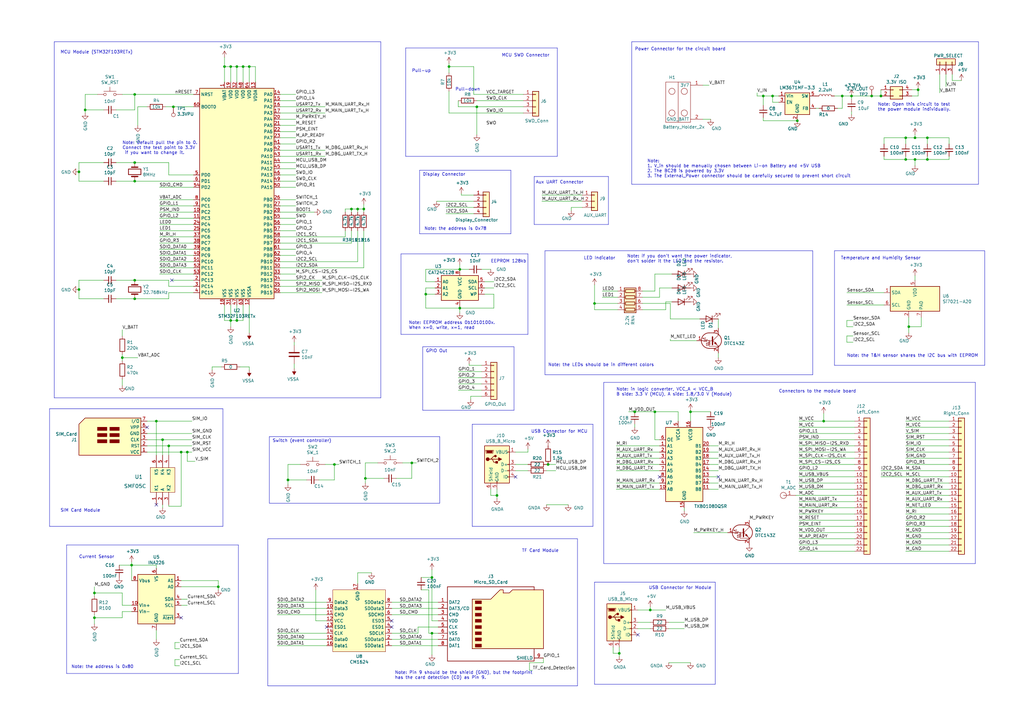
<source format=kicad_sch>
(kicad_sch (version 20200512) (host eeschema "(5.99.0-1734-g575ad7128)")
  (page 1 1)
  (paper "A3")
  (title_block (title "NB-IoT Node Base V3.2") (date "2019-12-31") (rev "3.2") (company "MSU") (comment 1 "Author: Deliang Yang"))
  (junction (at 32.385 70.485))
  (junction (at 32.385 118.745))
  (junction (at 34.925 45.085))
  (junction (at 38.735 243.205))
  (junction (at 38.735 253.365))
  (junction (at 50.165 146.685))
  (junction (at 53.975 231.775))
  (junction (at 55.245 38.735))
  (junction (at 55.245 66.675))
  (junction (at 55.245 74.295))
  (junction (at 55.245 114.935))
  (junction (at 55.245 122.555))
  (junction (at 64.135 172.72))
  (junction (at 66.675 180.34))
  (junction (at 69.215 182.88))
  (junction (at 71.12 43.815))
  (junction (at 74.295 185.42))
  (junction (at 76.835 185.42))
  (junction (at 89.535 240.665))
  (junction (at 92.075 27.305))
  (junction (at 94.615 27.305))
  (junction (at 94.615 131.445))
  (junction (at 97.155 27.305))
  (junction (at 97.155 131.445))
  (junction (at 99.695 27.305))
  (junction (at 102.235 27.305))
  (junction (at 118.11 196.85))
  (junction (at 137.16 190.5))
  (junction (at 144.145 85.725))
  (junction (at 146.685 85.725))
  (junction (at 149.225 85.725))
  (junction (at 149.86 196.215))
  (junction (at 168.91 189.865))
  (junction (at 174.625 120.65))
  (junction (at 177.165 236.855))
  (junction (at 177.165 259.715))
  (junction (at 184.15 27.305))
  (junction (at 188.595 110.49))
  (junction (at 188.595 126.365))
  (junction (at 195.58 43.815))
  (junction (at 203.835 203.2))
  (junction (at 224.79 190.5))
  (junction (at 243.84 124.46))
  (junction (at 254 267.97))
  (junction (at 260.35 168.91))
  (junction (at 266.7 250.19))
  (junction (at 268.605 168.91))
  (junction (at 283.21 168.91))
  (junction (at 313.055 39.37))
  (junction (at 316.865 39.37))
  (junction (at 327.025 49.53))
  (junction (at 337.82 172.72))
  (junction (at 345.44 39.37))
  (junction (at 349.25 39.37))
  (junction (at 357.505 39.37))
  (junction (at 361.315 39.37))
  (junction (at 371.475 56.515))
  (junction (at 371.475 65.405))
  (junction (at 372.745 133.985))
  (junction (at 375.285 56.515))
  (junction (at 375.285 65.405))
  (junction (at 376.555 36.83))
  (junction (at 380.365 56.515))
  (junction (at 380.365 65.405))
  (no_connect (at 294.64 195.58))
  (no_connect (at 70.485 114.935))
  (no_connect (at 160.655 257.175))
  (no_connect (at 60.325 175.26))
  (no_connect (at 133.985 257.175))
  (no_connect (at 74.295 253.365))
  (no_connect (at 261.62 260.35))
  (no_connect (at 270.51 195.58))
  (no_connect (at 160.655 254.635))
  (no_connect (at 64.135 207.01))
  (no_connect (at 211.455 195.58))
  (wire (pts (xy 32.385 66.675) (xy 32.385 70.485)))
  (wire (pts (xy 32.385 74.295) (xy 32.385 70.485)))
  (wire (pts (xy 32.385 114.935) (xy 32.385 118.745)))
  (wire (pts (xy 32.385 122.555) (xy 32.385 118.745)))
  (wire (pts (xy 34.925 38.735) (xy 34.925 45.085)))
  (wire (pts (xy 34.925 45.085) (xy 34.925 46.355)))
  (wire (pts (xy 38.735 243.205) (xy 38.735 240.665)))
  (wire (pts (xy 38.735 244.475) (xy 38.735 243.205)))
  (wire (pts (xy 38.735 252.095) (xy 38.735 253.365)))
  (wire (pts (xy 38.735 253.365) (xy 38.735 255.905)))
  (wire (pts (xy 40.005 38.735) (xy 34.925 38.735)))
  (wire (pts (xy 42.545 45.085) (xy 34.925 45.085)))
  (wire (pts (xy 42.545 66.675) (xy 32.385 66.675)))
  (wire (pts (xy 42.545 74.295) (xy 32.385 74.295)))
  (wire (pts (xy 42.545 114.935) (xy 32.385 114.935)))
  (wire (pts (xy 42.545 122.555) (xy 32.385 122.555)))
  (wire (pts (xy 47.625 45.085) (xy 55.245 45.085)))
  (wire (pts (xy 47.625 66.675) (xy 55.245 66.675)))
  (wire (pts (xy 47.625 74.295) (xy 55.245 74.295)))
  (wire (pts (xy 47.625 114.935) (xy 55.245 114.935)))
  (wire (pts (xy 47.625 122.555) (xy 55.245 122.555)))
  (wire (pts (xy 50.165 38.735) (xy 55.245 38.735)))
  (wire (pts (xy 50.165 137.795) (xy 50.165 135.255)))
  (wire (pts (xy 50.165 145.415) (xy 50.165 146.685)))
  (wire (pts (xy 50.165 146.685) (xy 50.165 147.955)))
  (wire (pts (xy 50.165 146.685) (xy 56.515 146.685)))
  (wire (pts (xy 50.165 158.115) (xy 50.165 155.575)))
  (wire (pts (xy 50.165 243.205) (xy 38.735 243.205)))
  (wire (pts (xy 50.165 248.285) (xy 50.165 243.205)))
  (wire (pts (xy 50.165 250.825) (xy 50.165 253.365)))
  (wire (pts (xy 50.165 253.365) (xy 38.735 253.365)))
  (wire (pts (xy 53.975 230.505) (xy 53.975 231.775)))
  (wire (pts (xy 53.975 231.775) (xy 48.895 231.775)))
  (wire (pts (xy 53.975 231.775) (xy 64.135 231.775)))
  (wire (pts (xy 53.975 238.125) (xy 53.975 231.775)))
  (wire (pts (xy 53.975 248.285) (xy 50.165 248.285)))
  (wire (pts (xy 53.975 250.825) (xy 50.165 250.825)))
  (wire (pts (xy 55.245 38.735) (xy 79.375 38.735)))
  (wire (pts (xy 55.245 45.085) (xy 55.245 38.735)))
  (wire (pts (xy 55.245 66.675) (xy 69.215 66.675)))
  (wire (pts (xy 55.245 74.295) (xy 79.375 74.295)))
  (wire (pts (xy 55.245 122.555) (xy 69.215 122.555)))
  (wire (pts (xy 56.515 43.815) (xy 56.515 51.435)))
  (wire (pts (xy 56.515 43.815) (xy 60.325 43.815)))
  (wire (pts (xy 60.325 172.72) (xy 64.135 172.72)))
  (wire (pts (xy 60.325 177.8) (xy 78.74 177.8)))
  (wire (pts (xy 60.325 180.34) (xy 66.675 180.34)))
  (wire (pts (xy 60.325 182.88) (xy 69.215 182.88)))
  (wire (pts (xy 60.325 185.42) (xy 74.295 185.42)))
  (wire (pts (xy 64.135 172.72) (xy 78.74 172.72)))
  (wire (pts (xy 64.135 186.69) (xy 64.135 172.72)))
  (wire (pts (xy 64.135 231.775) (xy 64.135 233.045)))
  (wire (pts (xy 64.135 262.255) (xy 64.135 258.445)))
  (wire (pts (xy 65.405 76.835) (xy 79.375 76.835)))
  (wire (pts (xy 65.405 84.455) (xy 79.375 84.455)))
  (wire (pts (xy 65.405 86.995) (xy 79.375 86.995)))
  (wire (pts (xy 65.405 92.075) (xy 79.375 92.075)))
  (wire (pts (xy 65.405 97.155) (xy 79.375 97.155)))
  (wire (pts (xy 65.405 99.695) (xy 79.375 99.695)))
  (wire (pts (xy 65.405 102.235) (xy 79.375 102.235)))
  (wire (pts (xy 65.405 104.775) (xy 79.375 104.775)))
  (wire (pts (xy 65.405 107.315) (xy 79.375 107.315)))
  (wire (pts (xy 65.405 112.395) (xy 79.375 112.395)))
  (wire (pts (xy 66.675 180.34) (xy 66.675 186.69)))
  (wire (pts (xy 66.675 180.34) (xy 78.74 180.34)))
  (wire (pts (xy 66.675 208.28) (xy 66.675 207.01)))
  (wire (pts (xy 67.945 43.815) (xy 71.12 43.815)))
  (wire (pts (xy 69.215 71.755) (xy 69.215 66.675)))
  (wire (pts (xy 69.215 114.935) (xy 55.245 114.935)))
  (wire (pts (xy 69.215 117.475) (xy 69.215 114.935)))
  (wire (pts (xy 69.215 120.015) (xy 79.375 120.015)))
  (wire (pts (xy 69.215 122.555) (xy 69.215 120.015)))
  (wire (pts (xy 69.215 182.88) (xy 78.74 182.88)))
  (wire (pts (xy 69.215 186.69) (xy 69.215 182.88)))
  (wire (pts (xy 69.215 207.645) (xy 69.215 207.01)))
  (wire (pts (xy 69.215 207.645) (xy 74.295 207.645)))
  (wire (pts (xy 70.485 114.935) (xy 79.375 114.935)))
  (wire (pts (xy 71.12 43.815) (xy 79.375 43.815)))
  (wire (pts (xy 71.755 263.525) (xy 71.755 266.065)))
  (wire (pts (xy 71.755 266.065) (xy 73.66 266.065)))
  (wire (pts (xy 71.755 270.51) (xy 71.755 273.05)))
  (wire (pts (xy 71.755 273.05) (xy 73.66 273.05)))
  (wire (pts (xy 73.66 263.525) (xy 71.755 263.525)))
  (wire (pts (xy 73.66 270.51) (xy 71.755 270.51)))
  (wire (pts (xy 74.295 185.42) (xy 76.835 185.42)))
  (wire (pts (xy 74.295 207.645) (xy 74.295 185.42)))
  (wire (pts (xy 74.295 238.125) (xy 89.535 238.125)))
  (wire (pts (xy 74.295 240.665) (xy 89.535 240.665)))
  (wire (pts (xy 74.295 245.745) (xy 76.835 245.745)))
  (wire (pts (xy 76.835 185.42) (xy 78.74 185.42)))
  (wire (pts (xy 76.835 189.23) (xy 76.835 185.42)))
  (wire (pts (xy 76.835 248.285) (xy 74.295 248.285)))
  (wire (pts (xy 79.375 71.755) (xy 69.215 71.755)))
  (wire (pts (xy 79.375 81.915) (xy 65.405 81.915)))
  (wire (pts (xy 79.375 89.535) (xy 65.405 89.535)))
  (wire (pts (xy 79.375 94.615) (xy 65.405 94.615)))
  (wire (pts (xy 79.375 109.855) (xy 65.405 109.855)))
  (wire (pts (xy 79.375 117.475) (xy 69.215 117.475)))
  (wire (pts (xy 80.01 189.23) (xy 76.835 189.23)))
  (wire (pts (xy 86.995 150.495) (xy 86.995 151.765)))
  (wire (pts (xy 89.535 240.665) (xy 89.535 238.125)))
  (wire (pts (xy 89.535 241.935) (xy 89.535 240.665)))
  (wire (pts (xy 90.805 150.495) (xy 86.995 150.495)))
  (wire (pts (xy 92.075 23.495) (xy 92.075 27.305)))
  (wire (pts (xy 92.075 27.305) (xy 92.075 33.655)))
  (wire (pts (xy 92.075 125.095) (xy 92.075 131.445)))
  (wire (pts (xy 92.075 131.445) (xy 94.615 131.445)))
  (wire (pts (xy 94.615 27.305) (xy 92.075 27.305)))
  (wire (pts (xy 94.615 33.655) (xy 94.615 27.305)))
  (wire (pts (xy 94.615 125.095) (xy 94.615 131.445)))
  (wire (pts (xy 94.615 131.445) (xy 97.155 131.445)))
  (wire (pts (xy 94.615 133.985) (xy 94.615 131.445)))
  (wire (pts (xy 97.155 27.305) (xy 94.615 27.305)))
  (wire (pts (xy 97.155 33.655) (xy 97.155 27.305)))
  (wire (pts (xy 97.155 125.095) (xy 97.155 131.445)))
  (wire (pts (xy 97.155 131.445) (xy 99.695 131.445)))
  (wire (pts (xy 98.425 150.495) (xy 102.235 150.495)))
  (wire (pts (xy 99.695 27.305) (xy 97.155 27.305)))
  (wire (pts (xy 99.695 33.655) (xy 99.695 27.305)))
  (wire (pts (xy 99.695 131.445) (xy 99.695 125.095)))
  (wire (pts (xy 102.235 27.305) (xy 99.695 27.305)))
  (wire (pts (xy 102.235 33.655) (xy 102.235 27.305)))
  (wire (pts (xy 102.235 125.095) (xy 102.235 136.525)))
  (wire (pts (xy 102.235 150.495) (xy 102.235 151.765)))
  (wire (pts (xy 104.775 27.305) (xy 102.235 27.305)))
  (wire (pts (xy 104.775 33.655) (xy 104.775 27.305)))
  (wire (pts (xy 113.665 252.095) (xy 133.985 252.095)))
  (wire (pts (xy 113.665 262.255) (xy 133.985 262.255)))
  (wire (pts (xy 114.935 38.735) (xy 121.285 38.735)))
  (wire (pts (xy 114.935 43.815) (xy 133.35 43.815)))
  (wire (pts (xy 114.935 46.355) (xy 133.35 46.355)))
  (wire (pts (xy 114.935 51.435) (xy 121.285 51.435)))
  (wire (pts (xy 114.935 56.515) (xy 121.285 56.515)))
  (wire (pts (xy 114.935 59.055) (xy 121.285 59.055)))
  (wire (pts (xy 114.935 61.595) (xy 133.35 61.595)))
  (wire (pts (xy 114.935 64.135) (xy 133.35 64.135)))
  (wire (pts (xy 114.935 69.215) (xy 121.285 69.215)))
  (wire (pts (xy 114.935 71.755) (xy 121.285 71.755)))
  (wire (pts (xy 114.935 76.835) (xy 121.285 76.835)))
  (wire (pts (xy 114.935 84.455) (xy 121.285 84.455)))
  (wire (pts (xy 114.935 86.995) (xy 128.905 86.995)))
  (wire (pts (xy 114.935 94.615) (xy 121.285 94.615)))
  (wire (pts (xy 114.935 99.695) (xy 144.145 99.695)))
  (wire (pts (xy 114.935 102.235) (xy 121.285 102.235)))
  (wire (pts (xy 114.935 107.315) (xy 146.685 107.315)))
  (wire (pts (xy 114.935 109.855) (xy 149.225 109.855)))
  (wire (pts (xy 114.935 112.395) (xy 121.285 112.395)))
  (wire (pts (xy 114.935 114.935) (xy 132.08 114.935)))
  (wire (pts (xy 114.935 117.475) (xy 132.08 117.475)))
  (wire (pts (xy 114.935 120.015) (xy 132.08 120.015)))
  (wire (pts (xy 118.11 190.5) (xy 118.11 196.85)))
  (wire (pts (xy 118.11 196.85) (xy 118.11 198.755)))
  (wire (pts (xy 120.65 140.335) (xy 120.65 141.605)))
  (wire (pts (xy 120.65 149.225) (xy 120.65 151.13)))
  (wire (pts (xy 121.285 41.275) (xy 114.935 41.275)))
  (wire (pts (xy 121.285 48.895) (xy 114.935 48.895)))
  (wire (pts (xy 121.285 53.975) (xy 114.935 53.975)))
  (wire (pts (xy 121.285 66.675) (xy 114.935 66.675)))
  (wire (pts (xy 121.285 74.295) (xy 114.935 74.295)))
  (wire (pts (xy 121.285 81.915) (xy 114.935 81.915)))
  (wire (pts (xy 121.285 89.535) (xy 114.935 89.535)))
  (wire (pts (xy 121.285 92.075) (xy 114.935 92.075)))
  (wire (pts (xy 121.285 104.775) (xy 114.935 104.775)))
  (wire (pts (xy 123.19 190.5) (xy 118.11 190.5)))
  (wire (pts (xy 125.73 196.85) (xy 118.11 196.85)))
  (wire (pts (xy 129.54 241.935) (xy 129.54 254.635)))
  (wire (pts (xy 130.81 196.85) (xy 137.16 196.85)))
  (wire (pts (xy 133.35 190.5) (xy 137.16 190.5)))
  (wire (pts (xy 133.985 247.015) (xy 113.665 247.015)))
  (wire (pts (xy 133.985 249.555) (xy 113.665 249.555)))
  (wire (pts (xy 133.985 254.635) (xy 129.54 254.635)))
  (wire (pts (xy 133.985 259.715) (xy 113.665 259.715)))
  (wire (pts (xy 133.985 264.795) (xy 113.665 264.795)))
  (wire (pts (xy 137.16 190.5) (xy 139.065 190.5)))
  (wire (pts (xy 137.16 196.85) (xy 137.16 190.5)))
  (wire (pts (xy 141.605 85.725) (xy 141.605 86.995)))
  (wire (pts (xy 141.605 85.725) (xy 144.145 85.725)))
  (wire (pts (xy 141.605 94.615) (xy 141.605 97.155)))
  (wire (pts (xy 141.605 97.155) (xy 114.935 97.155)))
  (wire (pts (xy 144.145 85.725) (xy 146.685 85.725)))
  (wire (pts (xy 144.145 86.995) (xy 144.145 85.725)))
  (wire (pts (xy 144.145 94.615) (xy 144.145 99.695)))
  (wire (pts (xy 146.685 85.725) (xy 149.225 85.725)))
  (wire (pts (xy 146.685 86.995) (xy 146.685 85.725)))
  (wire (pts (xy 146.685 94.615) (xy 146.685 107.315)))
  (wire (pts (xy 146.685 234.95) (xy 146.685 239.395)))
  (wire (pts (xy 149.225 83.82) (xy 149.225 85.725)))
  (wire (pts (xy 149.225 86.995) (xy 149.225 85.725)))
  (wire (pts (xy 149.225 94.615) (xy 149.225 109.855)))
  (wire (pts (xy 149.86 189.865) (xy 149.86 196.215)))
  (wire (pts (xy 149.86 196.215) (xy 149.86 198.12)))
  (wire (pts (xy 152.4 234.95) (xy 146.685 234.95)))
  (wire (pts (xy 154.94 189.865) (xy 149.86 189.865)))
  (wire (pts (xy 157.48 196.215) (xy 149.86 196.215)))
  (wire (pts (xy 160.655 247.015) (xy 179.705 247.015)))
  (wire (pts (xy 160.655 249.555) (xy 179.705 249.555)))
  (wire (pts (xy 160.655 252.095) (xy 179.705 252.095)))
  (wire (pts (xy 160.655 259.715) (xy 171.45 259.715)))
  (wire (pts (xy 160.655 262.255) (xy 179.705 262.255)))
  (wire (pts (xy 160.655 264.795) (xy 179.705 264.795)))
  (wire (pts (xy 162.56 196.215) (xy 168.91 196.215)))
  (wire (pts (xy 165.1 189.865) (xy 168.91 189.865)))
  (wire (pts (xy 168.91 189.865) (xy 170.815 189.865)))
  (wire (pts (xy 168.91 196.215) (xy 168.91 189.865)))
  (wire (pts (xy 171.45 257.175) (xy 179.705 257.175)))
  (wire (pts (xy 171.45 259.715) (xy 171.45 257.175)))
  (wire (pts (xy 172.72 236.855) (xy 177.165 236.855)))
  (wire (pts (xy 172.72 241.935) (xy 175.895 241.935)))
  (wire (pts (xy 174.625 110.49) (xy 174.625 115.57)))
  (wire (pts (xy 174.625 115.57) (xy 178.435 115.57)))
  (wire (pts (xy 174.625 118.11) (xy 174.625 120.65)))
  (wire (pts (xy 174.625 120.65) (xy 174.625 126.365)))
  (wire (pts (xy 174.625 120.65) (xy 178.435 120.65)))
  (wire (pts (xy 174.625 126.365) (xy 188.595 126.365)))
  (wire (pts (xy 175.895 241.935) (xy 175.895 259.715)))
  (wire (pts (xy 175.895 259.715) (xy 177.165 259.715)))
  (wire (pts (xy 177.165 233.68) (xy 177.165 236.855)))
  (wire (pts (xy 177.165 236.855) (xy 177.165 254.635)))
  (wire (pts (xy 177.165 254.635) (xy 179.705 254.635)))
  (wire (pts (xy 177.165 259.715) (xy 177.165 268.605)))
  (wire (pts (xy 178.435 118.11) (xy 174.625 118.11)))
  (wire (pts (xy 179.705 259.715) (xy 177.165 259.715)))
  (wire (pts (xy 182.88 85.09) (xy 194.31 85.09)))
  (wire (pts (xy 184.15 26.035) (xy 184.15 27.305)))
  (wire (pts (xy 184.15 27.305) (xy 194.31 27.305)))
  (wire (pts (xy 184.15 29.845) (xy 184.15 27.305)))
  (wire (pts (xy 184.15 46.355) (xy 184.15 37.465)))
  (wire (pts (xy 184.15 46.355) (xy 214.63 46.355)))
  (wire (pts (xy 187.96 41.275) (xy 187.96 43.815)))
  (wire (pts (xy 187.96 43.815) (xy 195.58 43.815)))
  (wire (pts (xy 187.96 152.4) (xy 197.485 152.4)))
  (wire (pts (xy 187.96 157.48) (xy 197.485 157.48)))
  (wire (pts (xy 188.595 108.585) (xy 188.595 110.49)))
  (wire (pts (xy 188.595 110.49) (xy 174.625 110.49)))
  (wire (pts (xy 188.595 126.365) (xy 188.595 125.73)))
  (wire (pts (xy 188.595 128.27) (xy 188.595 126.365)))
  (wire (pts (xy 189.23 79.375) (xy 189.23 80.01)))
  (wire (pts (xy 189.23 80.01) (xy 194.31 80.01)))
  (wire (pts (xy 192.405 110.49) (xy 188.595 110.49)))
  (wire (pts (xy 192.405 149.225) (xy 192.405 149.86)))
  (wire (pts (xy 192.405 149.86) (xy 197.485 149.86)))
  (wire (pts (xy 193.04 162.56) (xy 193.04 163.83)))
  (wire (pts (xy 194.31 38.735) (xy 194.31 27.305)))
  (wire (pts (xy 194.31 38.735) (xy 214.63 38.735)))
  (wire (pts (xy 194.31 82.55) (xy 179.07 82.55)))
  (wire (pts (xy 194.31 87.63) (xy 182.88 87.63)))
  (wire (pts (xy 195.58 41.275) (xy 214.63 41.275)))
  (wire (pts (xy 195.58 43.815) (xy 195.58 55.245)))
  (wire (pts (xy 195.58 43.815) (xy 214.63 43.815)))
  (wire (pts (xy 197.485 110.49) (xy 201.295 110.49)))
  (wire (pts (xy 197.485 154.94) (xy 187.96 154.94)))
  (wire (pts (xy 197.485 160.02) (xy 187.96 160.02)))
  (wire (pts (xy 197.485 162.56) (xy 193.04 162.56)))
  (wire (pts (xy 198.755 115.57) (xy 202.565 115.57)))
  (wire (pts (xy 201.295 200.66) (xy 201.295 203.2)))
  (wire (pts (xy 201.295 203.2) (xy 203.835 203.2)))
  (wire (pts (xy 202.565 118.11) (xy 198.755 118.11)))
  (wire (pts (xy 202.565 120.65) (xy 198.755 120.65)))
  (wire (pts (xy 202.565 120.65) (xy 202.565 126.365)))
  (wire (pts (xy 202.565 126.365) (xy 188.595 126.365)))
  (wire (pts (xy 203.835 200.66) (xy 203.835 203.2)))
  (wire (pts (xy 203.835 203.2) (xy 203.835 204.47)))
  (wire (pts (xy 211.455 193.04) (xy 216.535 193.04)))
  (wire (pts (xy 216.535 184.15) (xy 216.535 185.42)))
  (wire (pts (xy 216.535 185.42) (xy 211.455 185.42)))
  (wire (pts (xy 216.535 190.5) (xy 211.455 190.5)))
  (wire (pts (xy 217.17 271.78) (xy 217.17 274.955)))
  (wire (pts (xy 217.17 274.955) (xy 218.44 274.955)))
  (wire (pts (xy 222.885 269.875) (xy 222.885 271.78)))
  (wire (pts (xy 222.885 271.78) (xy 217.17 271.78)))
  (wire (pts (xy 224.155 190.5) (xy 224.79 190.5)))
  (wire (pts (xy 224.155 207.01) (xy 233.045 207.01)))
  (wire (pts (xy 224.79 190.5) (xy 227.965 190.5)))
  (wire (pts (xy 227.965 193.04) (xy 224.155 193.04)))
  (wire (pts (xy 234.315 85.09) (xy 234.315 86.36)))
  (wire (pts (xy 238.76 80.01) (xy 222.25 80.01)))
  (wire (pts (xy 238.76 82.55) (xy 222.25 82.55)))
  (wire (pts (xy 238.76 85.09) (xy 234.315 85.09)))
  (wire (pts (xy 243.84 116.84) (xy 243.84 124.46)))
  (wire (pts (xy 243.84 124.46) (xy 253.365 124.46)))
  (wire (pts (xy 243.84 127) (xy 243.84 124.46)))
  (wire (pts (xy 243.84 127) (xy 253.365 127)))
  (wire (pts (xy 247.015 121.92) (xy 253.365 121.92)))
  (wire (pts (xy 251.46 265.43) (xy 251.46 267.97)))
  (wire (pts (xy 251.46 267.97) (xy 254 267.97)))
  (wire (pts (xy 252.73 185.42) (xy 270.51 185.42)))
  (wire (pts (xy 252.73 190.5) (xy 270.51 190.5)))
  (wire (pts (xy 252.73 200.66) (xy 270.51 200.66)))
  (wire (pts (xy 253.365 119.38) (xy 247.015 119.38)))
  (wire (pts (xy 254 265.43) (xy 254 267.97)))
  (wire (pts (xy 254 267.97) (xy 254 269.24)))
  (wire (pts (xy 257.81 168.91) (xy 260.35 168.91)))
  (wire (pts (xy 260.35 168.91) (xy 268.605 168.91)))
  (wire (pts (xy 260.35 173.99) (xy 260.35 175.26)))
  (wire (pts (xy 261.62 257.81) (xy 266.7 257.81)))
  (wire (pts (xy 263.525 119.38) (xy 268.605 119.38)))
  (wire (pts (xy 263.525 121.92) (xy 270.51 121.92)))
  (wire (pts (xy 263.525 124.46) (xy 274.955 124.46)))
  (wire (pts (xy 266.7 248.92) (xy 266.7 250.19)))
  (wire (pts (xy 266.7 250.19) (xy 261.62 250.19)))
  (wire (pts (xy 266.7 255.27) (xy 261.62 255.27)))
  (wire (pts (xy 268.605 112.395) (xy 275.59 112.395)))
  (wire (pts (xy 268.605 119.38) (xy 268.605 112.395)))
  (wire (pts (xy 268.605 168.91) (xy 268.605 180.34)))
  (wire (pts (xy 268.605 168.91) (xy 278.13 168.91)))
  (wire (pts (xy 270.51 118.11) (xy 275.59 118.11)))
  (wire (pts (xy 270.51 121.92) (xy 270.51 118.11)))
  (wire (pts (xy 270.51 180.34) (xy 268.605 180.34)))
  (wire (pts (xy 270.51 182.88) (xy 252.73 182.88)))
  (wire (pts (xy 270.51 187.96) (xy 252.73 187.96)))
  (wire (pts (xy 270.51 193.04) (xy 252.73 193.04)))
  (wire (pts (xy 270.51 198.12) (xy 252.73 198.12)))
  (wire (pts (xy 273.05 123.825) (xy 273.05 127)))
  (wire (pts (xy 273.05 123.825) (xy 275.59 123.825)))
  (wire (pts (xy 273.05 127) (xy 263.525 127)))
  (wire (pts (xy 273.05 250.19) (xy 266.7 250.19)))
  (wire (pts (xy 274.32 255.27) (xy 280.67 255.27)))
  (wire (pts (xy 274.32 271.78) (xy 283.21 271.78)))
  (wire (pts (xy 274.955 124.46) (xy 274.955 130.81)))
  (wire (pts (xy 274.955 130.81) (xy 287.02 130.81)))
  (wire (pts (xy 274.955 139.7) (xy 274.955 139.065)))
  (wire (pts (xy 274.955 139.7) (xy 285.75 139.7)))
  (wire (pts (xy 278.13 168.91) (xy 278.13 172.72)))
  (wire (pts (xy 280.67 209.55) (xy 280.67 208.28)))
  (wire (pts (xy 280.67 257.81) (xy 274.32 257.81)))
  (wire (pts (xy 283.21 168.275) (xy 283.21 168.91)))
  (wire (pts (xy 283.21 168.91) (xy 283.21 172.72)))
  (wire (pts (xy 284.48 218.44) (xy 298.45 218.44)))
  (wire (pts (xy 290.83 34.925) (xy 288.29 34.925)))
  (wire (pts (xy 290.83 185.42) (xy 294.64 185.42)))
  (wire (pts (xy 290.83 190.5) (xy 294.64 190.5)))
  (wire (pts (xy 290.83 195.58) (xy 294.64 195.58)))
  (wire (pts (xy 290.83 200.66) (xy 294.64 200.66)))
  (wire (pts (xy 291.465 48.895) (xy 288.29 48.895)))
  (wire (pts (xy 291.465 168.91) (xy 283.21 168.91)))
  (wire (pts (xy 294.64 130.81) (xy 294.64 134.62)))
  (wire (pts (xy 294.64 144.78) (xy 294.64 146.685)))
  (wire (pts (xy 294.64 182.88) (xy 290.83 182.88)))
  (wire (pts (xy 294.64 187.96) (xy 290.83 187.96)))
  (wire (pts (xy 294.64 193.04) (xy 290.83 193.04)))
  (wire (pts (xy 294.64 198.12) (xy 290.83 198.12)))
  (wire (pts (xy 310.515 38.1) (xy 310.515 39.37)))
  (wire (pts (xy 310.515 39.37) (xy 313.055 39.37)))
  (wire (pts (xy 313.055 39.37) (xy 316.865 39.37)))
  (wire (pts (xy 313.055 43.18) (xy 313.055 39.37)))
  (wire (pts (xy 313.055 48.26) (xy 313.055 49.53)))
  (wire (pts (xy 313.055 49.53) (xy 327.025 49.53)))
  (wire (pts (xy 316.865 39.37) (xy 319.405 39.37)))
  (wire (pts (xy 316.865 41.91) (xy 316.865 39.37)))
  (wire (pts (xy 319.405 41.91) (xy 316.865 41.91)))
  (wire (pts (xy 326.39 203.2) (xy 350.52 203.2)))
  (wire (pts (xy 327.66 172.72) (xy 337.82 172.72)))
  (wire (pts (xy 327.66 177.8) (xy 350.52 177.8)))
  (wire (pts (xy 327.66 182.88) (xy 350.52 182.88)))
  (wire (pts (xy 327.66 187.96) (xy 350.52 187.96)))
  (wire (pts (xy 327.66 193.04) (xy 350.52 193.04)))
  (wire (pts (xy 327.66 198.12) (xy 350.52 198.12)))
  (wire (pts (xy 327.66 208.28) (xy 350.52 208.28)))
  (wire (pts (xy 327.66 213.36) (xy 350.52 213.36)))
  (wire (pts (xy 327.66 218.44) (xy 350.52 218.44)))
  (wire (pts (xy 327.66 223.52) (xy 350.52 223.52)))
  (wire (pts (xy 335.915 44.45) (xy 334.645 44.45)))
  (wire (pts (xy 337.82 169.545) (xy 337.82 172.72)))
  (wire (pts (xy 337.82 172.72) (xy 350.52 172.72)))
  (wire (pts (xy 342.265 39.37) (xy 345.44 39.37)))
  (wire (pts (xy 343.535 44.45) (xy 345.44 44.45)))
  (wire (pts (xy 345.44 39.37) (xy 349.25 39.37)))
  (wire (pts (xy 345.44 44.45) (xy 345.44 39.37)))
  (wire (pts (xy 347.345 125.095) (xy 362.585 125.095)))
  (wire (pts (xy 347.345 131.445) (xy 347.345 133.985)))
  (wire (pts (xy 347.345 133.985) (xy 349.885 133.985)))
  (wire (pts (xy 347.345 137.795) (xy 347.345 140.335)))
  (wire (pts (xy 347.345 140.335) (xy 349.885 140.335)))
  (wire (pts (xy 349.25 39.37) (xy 357.505 39.37)))
  (wire (pts (xy 349.25 40.64) (xy 349.25 39.37)))
  (wire (pts (xy 349.25 46.99) (xy 349.25 45.72)))
  (wire (pts (xy 349.885 131.445) (xy 347.345 131.445)))
  (wire (pts (xy 349.885 137.795) (xy 347.345 137.795)))
  (wire (pts (xy 350.52 175.26) (xy 327.66 175.26)))
  (wire (pts (xy 350.52 180.34) (xy 327.66 180.34)))
  (wire (pts (xy 350.52 185.42) (xy 327.66 185.42)))
  (wire (pts (xy 350.52 190.5) (xy 327.66 190.5)))
  (wire (pts (xy 350.52 195.58) (xy 327.66 195.58)))
  (wire (pts (xy 350.52 200.66) (xy 327.66 200.66)))
  (wire (pts (xy 350.52 205.74) (xy 327.66 205.74)))
  (wire (pts (xy 350.52 210.82) (xy 327.66 210.82)))
  (wire (pts (xy 350.52 215.9) (xy 327.66 215.9)))
  (wire (pts (xy 350.52 220.98) (xy 327.66 220.98)))
  (wire (pts (xy 350.52 226.06) (xy 327.66 226.06)))
  (wire (pts (xy 357.505 39.37) (xy 361.315 39.37)))
  (wire (pts (xy 361.315 36.83) (xy 361.315 39.37)))
  (wire (pts (xy 361.315 193.04) (xy 389.255 193.04)))
  (wire (pts (xy 361.315 195.58) (xy 389.255 195.58)))
  (wire (pts (xy 362.585 56.515) (xy 371.475 56.515)))
  (wire (pts (xy 362.585 59.055) (xy 362.585 56.515)))
  (wire (pts (xy 362.585 64.135) (xy 362.585 65.405)))
  (wire (pts (xy 362.585 65.405) (xy 371.475 65.405)))
  (wire (pts (xy 362.585 120.015) (xy 347.345 120.015)))
  (wire (pts (xy 371.475 56.515) (xy 375.285 56.515)))
  (wire (pts (xy 371.475 59.055) (xy 371.475 56.515)))
  (wire (pts (xy 371.475 64.135) (xy 371.475 65.405)))
  (wire (pts (xy 371.475 65.405) (xy 375.285 65.405)))
  (wire (pts (xy 371.475 172.72) (xy 389.255 172.72)))
  (wire (pts (xy 371.475 177.8) (xy 389.255 177.8)))
  (wire (pts (xy 371.475 182.88) (xy 389.255 182.88)))
  (wire (pts (xy 371.475 187.96) (xy 389.255 187.96)))
  (wire (pts (xy 371.475 198.12) (xy 389.255 198.12)))
  (wire (pts (xy 371.475 205.74) (xy 389.255 205.74)))
  (wire (pts (xy 371.475 210.82) (xy 389.255 210.82)))
  (wire (pts (xy 371.475 215.9) (xy 389.255 215.9)))
  (wire (pts (xy 371.475 220.98) (xy 389.255 220.98)))
  (wire (pts (xy 371.475 226.06) (xy 389.255 226.06)))
  (wire (pts (xy 372.745 130.175) (xy 372.745 133.985)))
  (wire (pts (xy 372.745 133.985) (xy 372.745 136.525)))
  (wire (pts (xy 374.015 36.83) (xy 376.555 36.83)))
  (wire (pts (xy 374.015 39.37) (xy 376.555 39.37)))
  (wire (pts (xy 375.285 55.245) (xy 375.285 56.515)))
  (wire (pts (xy 375.285 56.515) (xy 380.365 56.515)))
  (wire (pts (xy 375.285 65.405) (xy 380.365 65.405)))
  (wire (pts (xy 375.285 67.945) (xy 375.285 65.405)))
  (wire (pts (xy 375.285 114.935) (xy 375.285 113.03)))
  (wire (pts (xy 376.555 36.83) (xy 376.555 36.195)))
  (wire (pts (xy 376.555 39.37) (xy 376.555 36.83)))
  (wire (pts (xy 377.825 130.175) (xy 377.825 133.985)))
  (wire (pts (xy 377.825 133.985) (xy 372.745 133.985)))
  (wire (pts (xy 380.365 56.515) (xy 389.255 56.515)))
  (wire (pts (xy 380.365 59.055) (xy 380.365 56.515)))
  (wire (pts (xy 380.365 64.135) (xy 380.365 65.405)))
  (wire (pts (xy 380.365 65.405) (xy 389.255 65.405)))
  (wire (pts (xy 385.445 30.48) (xy 385.445 38.1)))
  (wire (pts (xy 387.985 30.48) (xy 387.985 35.56)))
  (wire (pts (xy 389.255 56.515) (xy 389.255 59.055)))
  (wire (pts (xy 389.255 65.405) (xy 389.255 64.135)))
  (wire (pts (xy 389.255 175.26) (xy 371.475 175.26)))
  (wire (pts (xy 389.255 180.34) (xy 371.475 180.34)))
  (wire (pts (xy 389.255 185.42) (xy 371.475 185.42)))
  (wire (pts (xy 389.255 190.5) (xy 371.475 190.5)))
  (wire (pts (xy 389.255 200.66) (xy 371.475 200.66)))
  (wire (pts (xy 389.255 203.2) (xy 371.475 203.2)))
  (wire (pts (xy 389.255 208.28) (xy 371.475 208.28)))
  (wire (pts (xy 389.255 213.36) (xy 371.475 213.36)))
  (wire (pts (xy 389.255 218.44) (xy 371.475 218.44)))
  (wire (pts (xy 389.255 223.52) (xy 371.475 223.52)))
  (wire (pts (xy 390.525 33.02) (xy 390.525 30.48)))
  (wire (pts (xy 394.335 33.02) (xy 390.525 33.02)))
  (polyline (pts (xy 20.32 167.64) (xy 91.44 167.64)))
  (polyline (pts (xy 20.32 215.9) (xy 20.32 167.64)))
  (polyline (pts (xy 22.225 17.145) (xy 22.225 163.195)))
  (polyline (pts (xy 22.225 163.195) (xy 156.21 163.195)))
  (polyline (pts (xy 27.305 223.52) (xy 27.305 276.225)))
  (polyline (pts (xy 27.305 276.225) (xy 97.79 276.225)))
  (polyline (pts (xy 91.44 167.64) (xy 91.44 215.9)))
  (polyline (pts (xy 91.44 215.9) (xy 20.32 215.9)))
  (polyline (pts (xy 97.79 223.52) (xy 27.305 223.52)))
  (polyline (pts (xy 97.79 276.225) (xy 97.79 223.52)))
  (polyline (pts (xy 109.855 220.98) (xy 109.855 281.305)))
  (polyline (pts (xy 109.855 281.305) (xy 236.855 281.305)))
  (polyline (pts (xy 110.49 179.07) (xy 110.49 206.375)))
  (polyline (pts (xy 110.49 206.375) (xy 180.34 206.375)))
  (polyline (pts (xy 156.21 17.145) (xy 22.225 17.145)))
  (polyline (pts (xy 156.21 163.195) (xy 156.21 17.145)))
  (polyline (pts (xy 164.465 104.14) (xy 164.465 137.16)))
  (polyline (pts (xy 164.465 137.16) (xy 216.535 137.16)))
  (polyline (pts (xy 166.37 19.685) (xy 166.37 64.135)))
  (polyline (pts (xy 166.37 19.685) (xy 228.6 19.685)))
  (polyline (pts (xy 166.37 64.135) (xy 228.6 64.135)))
  (polyline (pts (xy 172.085 69.85) (xy 172.085 95.885)))
  (polyline (pts (xy 172.085 95.885) (xy 209.55 95.885)))
  (polyline (pts (xy 173.355 142.24) (xy 173.355 168.275)))
  (polyline (pts (xy 173.355 168.275) (xy 210.82 168.275)))
  (polyline (pts (xy 180.34 179.07) (xy 110.49 179.07)))
  (polyline (pts (xy 180.34 206.375) (xy 180.34 179.07)))
  (polyline (pts (xy 193.675 173.99) (xy 193.675 215.9)))
  (polyline (pts (xy 193.675 215.9) (xy 243.205 215.9)))
  (polyline (pts (xy 209.55 69.85) (xy 172.085 69.85)))
  (polyline (pts (xy 209.55 95.885) (xy 209.55 69.85)))
  (polyline (pts (xy 210.82 142.24) (xy 173.355 142.24)))
  (polyline (pts (xy 210.82 168.275) (xy 210.82 142.24)))
  (polyline (pts (xy 216.535 104.14) (xy 164.465 104.14)))
  (polyline (pts (xy 216.535 137.16) (xy 216.535 104.14)))
  (polyline (pts (xy 219.075 72.39) (xy 219.075 92.075)))
  (polyline (pts (xy 219.075 92.075) (xy 249.555 92.075)))
  (polyline (pts (xy 223.52 102.87) (xy 333.375 102.87)))
  (polyline (pts (xy 223.52 153.67) (xy 223.52 102.87)))
  (polyline (pts (xy 228.6 19.685) (xy 228.6 64.135)))
  (polyline (pts (xy 236.855 220.98) (xy 109.855 220.98)))
  (polyline (pts (xy 236.855 281.305) (xy 236.855 220.98)))
  (polyline (pts (xy 243.205 173.99) (xy 193.675 173.99)))
  (polyline (pts (xy 243.205 215.9) (xy 243.205 173.99)))
  (polyline (pts (xy 243.84 238.76) (xy 243.84 280.67)))
  (polyline (pts (xy 243.84 280.67) (xy 293.37 280.67)))
  (polyline (pts (xy 247.65 156.845) (xy 247.65 231.14)))
  (polyline (pts (xy 247.65 231.14) (xy 400.05 231.14)))
  (polyline (pts (xy 249.555 72.39) (xy 219.075 72.39)))
  (polyline (pts (xy 249.555 92.075) (xy 249.555 72.39)))
  (polyline (pts (xy 259.08 17.145) (xy 259.08 75.565)))
  (polyline (pts (xy 259.08 75.565) (xy 401.32 75.565)))
  (polyline (pts (xy 293.37 238.76) (xy 243.84 238.76)))
  (polyline (pts (xy 293.37 280.67) (xy 293.37 238.76)))
  (polyline (pts (xy 333.375 102.87) (xy 333.375 153.67)))
  (polyline (pts (xy 333.375 153.67) (xy 223.52 153.67)))
  (polyline (pts (xy 342.265 102.87) (xy 342.265 149.86)))
  (polyline (pts (xy 342.265 149.86) (xy 403.86 149.86)))
  (polyline (pts (xy 400.05 156.845) (xy 247.65 156.845)))
  (polyline (pts (xy 400.05 231.14) (xy 400.05 156.845)))
  (polyline (pts (xy 401.32 17.145) (xy 259.08 17.145)))
  (polyline (pts (xy 401.32 75.565) (xy 401.32 17.145)))
  (polyline (pts (xy 403.86 102.87) (xy 342.265 102.87)))
  (polyline (pts (xy 403.86 149.86) (xy 403.86 102.87)))
  (text "MCU Module (STM32F103RETx)" (at 24.765 22.225 0) (effects (font (size 1.27 1.27)) (justify left bottom)))
  (text "SIM Card Module" (at 24.765 210.185 0) (effects (font (size 1.27 1.27)) (justify left bottom)))
  (text "Note: the address is 0x80" (at 29.21 274.32 0) (effects (font (size 1.27 1.27)) (justify left bottom)))
  (text "Current Sensor" (at 32.385 229.235 0) (effects (font (size 1.27 1.27)) (justify left bottom)))
  (text "Note: Default pull the pin to 0.\nConnect the test point to 3.3V\n if you want to change it." (at 50.165 63.5 0) (effects (font (size 1.27 1.27)) (justify left bottom)))
  (text "Switch (event controller)" (at 111.76 181.61 0) (effects (font (size 1.27 1.27)) (justify left bottom)))
  (text "Note: Pin 9 should be the shield (GND), but the footprint \nhas the card detection (CD) as Pin 9." (at 161.925 278.765 0) (effects (font (size 1.27 1.27)) (justify left bottom)))
  (text "Note: EEPROM address 0b1010100x. \nWhen x=0, write, x=1, read" (at 167.64 135.255 0) (effects (font (size 1.27 1.27)) (justify left bottom)))
  (text "Pull-up" (at 168.91 29.845 0) (effects (font (size 1.27 1.27)) (justify left bottom)))
  (text "Display Connector" (at 173.355 72.39 0) (effects (font (size 1.27 1.27)) (justify left bottom)))
  (text "Note: the address is 0x78" (at 173.99 94.615 0) (effects (font (size 1.27 1.27)) (justify left bottom)))
  (text "GPIO Out" (at 174.625 144.78 0) (effects (font (size 1.27 1.27)) (justify left bottom)))
  (text "Pull-down" (at 186.69 37.465 0) (effects (font (size 1.27 1.27)) (justify left bottom)))
  (text "EEPROM 128kb" (at 201.295 107.95 0) (effects (font (size 1.27 1.27)) (justify left bottom)))
  (text "MCU SWD Connector" (at 205.74 23.495 0) (effects (font (size 1.27 1.27)) (justify left bottom)))
  (text "TF Card Module" (at 213.995 226.695 0) (effects (font (size 1.27 1.27)) (justify left bottom)))
  (text "USB Connector for MCU" (at 217.805 177.8 0) (effects (font (size 1.27 1.27)) (justify left bottom)))
  (text "Aux UART Connector" (at 219.71 75.565 0) (effects (font (size 1.27 1.27)) (justify left bottom)))
  (text "Note: the LEDs should be in different colors" (at 224.79 150.495 0) (effects (font (size 1.27 1.27)) (justify left bottom)))
  (text "LED Indicator" (at 239.395 106.68 0) (effects (font (size 1.27 1.27)) (justify left bottom)))
  (text "Note: in logic converter, VCC_A < VCC_B\nB side: 3.3 V (MCU), A side: 1.8/3.0 V (Module)" (at 252.73 162.56 0) (effects (font (size 1.27 1.27)) (justify left bottom)))
  (text "Note: if you don’t want the power indicator, \ndon’t solder it the LED and the resistor." (at 257.175 107.95 0) (effects (font (size 1.27 1.27)) (justify left bottom)))
  (text "Power Connector for the circuit board" (at 260.35 20.955 0) (effects (font (size 1.27 1.27)) (justify left bottom)))
  (text "Note:\n1. V_in should be manually chosen between Li-on Battery and +5V USB\n2. The BC28 is powered by 3.3V\n3. The External_Power connector should be carefully secured to prevent short circuit" (at 265.43 73.025 0) (effects (font (size 1.27 1.27)) (justify left bottom)))
  (text "USB Connector for Module" (at 266.065 241.935 0) (effects (font (size 1.27 1.27)) (justify left bottom)))
  (text "Connectors to the module board" (at 319.405 161.29 0) (effects (font (size 1.27 1.27)) (justify left bottom)))
  (text "Temperature and Humidity Sensor" (at 344.805 106.68 0) (effects (font (size 1.27 1.27)) (justify left bottom)))
  (text "Note: the T&H sensor shares the I2C bus with EEPROM" (at 347.345 146.685 0) (effects (font (size 1.27 1.27)) (justify left bottom)))
  (text "Note: Open this circuit to test \nthe power module individually." (at 360.045 45.72 0) (effects (font (size 1.27 1.27)) (justify left bottom)))
  (label "M_GND" (at 38.735 240.665 0))
  (label "V_BATT" (at 50.165 135.255 0))
  (label "VBAT_ADC" (at 56.515 146.685 0))
  (label "SDIO_CMD" (at 65.405 76.835 0))
  (label "VBAT_ADC" (at 65.405 81.915 0))
  (label "GPIO_L1" (at 65.405 84.455 0))
  (label "PSM_IND" (at 65.405 86.995 0))
  (label "GPIO_L2" (at 65.405 89.535 0))
  (label "LED0" (at 65.405 92.075 0))
  (label "LED1" (at 65.405 94.615 0))
  (label "M_RI_H" (at 65.405 97.155 0))
  (label "GPIO_R3" (at 65.405 99.695 0))
  (label "SDIO_DATA0" (at 65.405 102.235 0))
  (label "SDIO_DATA1" (at 65.405 104.775 0))
  (label "SDIO_DATA2" (at 65.405 107.315 0))
  (label "SDIO_DATA3" (at 65.405 109.855 0))
  (label "SDIO_CLK" (at 65.405 112.395 0))
  (label "nRESET" (at 71.755 38.735 0))
  (label "Current_SDA" (at 73.66 263.525 0))
  (label "I2C1_SDA" (at 73.66 266.065 0))
  (label "Current_SCL" (at 73.66 270.51 0))
  (label "I2C1_SCL" (at 73.66 273.05 0))
  (label "Current_SDA" (at 76.835 245.745 0))
  (label "Current_SCL" (at 76.835 248.285 0))
  (label "SIM_IO" (at 78.74 172.72 0))
  (label "SIM_GND" (at 78.74 177.8 0))
  (label "SIM_CLK" (at 78.74 180.34 0))
  (label "SIM_RST" (at 78.74 182.88 0))
  (label "SIM_VCC" (at 78.74 185.42 0))
  (label "V_SIM" (at 80.01 189.23 0))
  (label "SDIO_DATA2" (at 113.665 247.015 0))
  (label "SDIO_DATA3" (at 113.665 249.555 0))
  (label "SDIO_CMD" (at 113.665 252.095 0))
  (label "SDIO_CLK" (at 113.665 259.715 0))
  (label "SDIO_DATA0" (at 113.665 262.255 0))
  (label "SDIO_DATA1" (at 113.665 264.795 0))
  (label "GPIO_L3" (at 121.285 38.735 0))
  (label "GPIO_L4" (at 121.285 41.275 0))
  (label "USART2_Tx" (at 121.285 43.815 0))
  (label "USART2_Rx" (at 121.285 46.355 0))
  (label "M_PWRKEY_H" (at 121.285 48.895 0))
  (label "M_RESET" (at 121.285 51.435 0))
  (label "PSM_EINT" (at 121.285 53.975 0))
  (label "M_AP_READY" (at 121.285 56.515 0))
  (label "GPIO_R2" (at 121.285 59.055 0))
  (label "USART1_Tx" (at 121.285 61.595 0))
  (label "USART1_Rx" (at 121.285 64.135 0))
  (label "MCU_USB_DM" (at 121.285 66.675 0))
  (label "MCU_USB_DP" (at 121.285 69.215 0))
  (label "SWD_IO" (at 121.285 71.755 0))
  (label "SWD_CLK" (at 121.285 74.295 0))
  (label "GPIO_R1" (at 121.285 76.835 0))
  (label "SWITCH_1" (at 121.285 81.915 0))
  (label "SWITCH_2" (at 121.285 84.455 0))
  (label "BOOT1" (at 121.285 86.995 0))
  (label "SWO" (at 121.285 89.535 0))
  (label "GPIO_1" (at 121.285 92.075 0))
  (label "GPIO_2" (at 121.285 94.615 0))
  (label "I2C1_SCL" (at 121.285 97.155 0))
  (label "I2C1_SDA" (at 121.285 99.695 0))
  (label "GPIO_3" (at 121.285 102.235 0))
  (label "GPIO_4" (at 121.285 104.775 0))
  (label "I2C2_SCL" (at 121.285 107.315 0))
  (label "I2C2_SDA" (at 121.285 109.855 0))
  (label "M_SPI_CS-I2S_CS" (at 121.285 112.395 0))
  (label "SPI2_CK" (at 121.285 114.935 0))
  (label "SPI2_MISO" (at 121.285 117.475 0))
  (label "SPI2_MOSI" (at 121.285 120.015 0))
  (label "M_SPI_CLK-I2S_CLK" (at 132.08 114.935 0))
  (label "M_SPI_MISO-I2S_RXD" (at 132.08 117.475 0))
  (label "M_SPI_MOSI-I2S_WA" (at 132.08 120.015 0))
  (label "M_MAIN_UART_Rx_H" (at 133.35 43.815 0))
  (label "M_MAIN_UART_Tx_H" (at 133.35 46.355 0))
  (label "M_DBG_UART_Rx_H" (at 133.35 61.595 0))
  (label "M_DBG_UART_TX_H" (at 133.35 64.135 0))
  (label "SWITCH_1" (at 139.065 190.5 0))
  (label "SD_DATA2" (at 163.83 247.015 0))
  (label "SD_DATA3" (at 163.83 249.555 0))
  (label "SD_CMD" (at 163.83 252.095 0))
  (label "SD_CLK" (at 163.83 259.715 0))
  (label "SD_DATA0" (at 163.83 262.255 0))
  (label "SD_DATA1" (at 163.83 264.795 0))
  (label "SWITCH_2" (at 170.815 189.865 0))
  (label "I2C2_SCL" (at 182.88 85.09 0))
  (label "I2C2_SDA" (at 182.88 87.63 0))
  (label "GPIO_1" (at 187.96 152.4 0))
  (label "GPIO_2" (at 187.96 154.94 0))
  (label "GPIO_3" (at 187.96 157.48 0))
  (label "GPIO_4" (at 187.96 160.02 0))
  (label "VCC_TARGET" (at 199.39 38.735 0))
  (label "SWD_CLK" (at 199.39 41.275 0))
  (label "SWD_IO" (at 199.39 46.355 0))
  (label "SWO" (at 199.39 51.435 0))
  (label "I2C2_SDA" (at 202.565 115.57 0))
  (label "I2C2_SCL" (at 202.565 118.11 0))
  (label "TF_Card_Detection" (at 218.44 274.955 0))
  (label "M_AUX_UART_Tx_H" (at 222.25 80.01 0))
  (label "M_AUX_UART_Rx_H" (at 222.25 82.55 0))
  (label "GPIO_1" (at 222.885 269.875 0))
  (label "MCU_USB_DP" (at 227.965 190.5 0))
  (label "MCU_USB_DM" (at 227.965 193.04 0))
  (label "LED0" (at 247.015 119.38 0))
  (label "LED1" (at 247.015 121.92 0))
  (label "M_RI" (at 252.73 182.88 0))
  (label "M_AUX_UART_Rx" (at 252.73 185.42 0))
  (label "M_AUX_UART_Tx" (at 252.73 187.96 0))
  (label "M_DBG_UART_Rx" (at 252.73 190.5 0))
  (label "M_DBG_UART_TX" (at 252.73 193.04 0))
  (label "M_MAIN_UART_Rx" (at 252.73 198.12 0))
  (label "M_MAIN_UART_Tx" (at 252.73 200.66 0))
  (label "M_VDD_OUT" (at 257.81 168.91 0))
  (label "M_USB_VBUS" (at 273.05 250.19 0))
  (label "M_NET_LED" (at 274.955 139.065 0))
  (label "M_USB_DP" (at 280.67 255.27 0))
  (label "M_USB_DM" (at 280.67 257.81 0))
  (label "M_PWRKEY_H" (at 284.48 218.44 0))
  (label "V_BATT" (at 290.83 34.925 0))
  (label "M_RI_H" (at 294.64 182.88 0))
  (label "M_AUX_UART_Rx_H" (at 294.64 185.42 0))
  (label "M_AUX_UART_Tx_H" (at 294.64 187.96 0))
  (label "M_DBG_UART_Rx_H" (at 294.64 190.5 0))
  (label "M_DBG_UART_TX_H" (at 294.64 193.04 0))
  (label "M_MAIN_UART_Rx_H" (at 294.64 198.12 0))
  (label "M_MAIN_UART_Tx_H" (at 294.64 200.66 0))
  (label "M_PWRKEY" (at 307.34 213.36 0))
  (label "V_IN" (at 310.515 38.1 0))
  (label "M_VCC" (at 327.66 172.72 0))
  (label "M_VCC" (at 327.66 175.26 0))
  (label "GPIO_L1" (at 327.66 177.8 0))
  (label "PSM_IND" (at 327.66 180.34 0))
  (label "M_SPI_MISO-I2S_RXD" (at 327.66 182.88 0))
  (label "M_SPI_MOSI-I2S_WA" (at 327.66 185.42 0))
  (label "M_SPI_CLK-I2S_CLK" (at 327.66 187.96 0))
  (label "M_SPI_CS-I2S_CS" (at 327.66 190.5 0))
  (label "GPIO_L2" (at 327.66 193.04 0))
  (label "M_USB_VBUS" (at 327.66 195.58 0))
  (label "M_USB_DP" (at 327.66 198.12 0))
  (label "M_USB_DM" (at 327.66 200.66 0))
  (label "M_ADC" (at 327.66 203.2 0))
  (label "M_MAIN_UART_Tx" (at 327.66 205.74 0))
  (label "M_MAIN_UART_Rx" (at 327.66 208.28 0))
  (label "M_PWRKEY" (at 327.66 210.82 0))
  (label "M_RESET" (at 327.66 213.36 0))
  (label "PSM_EINT" (at 327.66 215.9 0))
  (label "M_VDD_OUT" (at 327.66 218.44 0))
  (label "M_AP_READY" (at 327.66 220.98 0))
  (label "GPIO_L3" (at 327.66 223.52 0))
  (label "GPIO_L4" (at 327.66 226.06 0))
  (label "Sensor_SDA" (at 347.345 120.015 0))
  (label "Sensor_SCL" (at 347.345 125.095 0))
  (label "Sensor_SDA" (at 349.885 131.445 0))
  (label "I2C2_SDA" (at 349.885 133.985 0))
  (label "Sensor_SCL" (at 349.885 137.795 0))
  (label "I2C2_SCL" (at 349.885 140.335 0))
  (label "I2C2_SDA" (at 361.315 193.04 0))
  (label "I2C2_SCL" (at 361.315 195.58 0))
  (label "M_VCC" (at 371.475 172.72 0))
  (label "M_VCC" (at 371.475 175.26 0))
  (label "V_SIM" (at 371.475 177.8 0))
  (label "SIM_RST" (at 371.475 180.34 0))
  (label "SIM_IO" (at 371.475 182.88 0))
  (label "SIM_CLK" (at 371.475 185.42 0))
  (label "SIM_GND" (at 371.475 187.96 0))
  (label "GPIO_R1" (at 371.475 190.5 0))
  (label "M_SDA" (at 371.475 193.04 0))
  (label "M_SCL" (at 371.475 195.58 0))
  (label "M_DBG_UART_TX" (at 371.475 198.12 0))
  (label "M_DBG_UART_Rx" (at 371.475 200.66 0))
  (label "M_AUX_UART_Tx" (at 371.475 203.2 0))
  (label "M_AUX_UART_Rx" (at 371.475 205.74 0))
  (label "M_NET_LED" (at 371.475 208.28 0))
  (label "M_RI" (at 371.475 210.82 0))
  (label "GPIO_R2" (at 371.475 213.36 0))
  (label "GPIO_R3" (at 371.475 215.9 0))
  (label "M_GND" (at 371.475 218.44 0))
  (label "M_GND" (at 371.475 220.98 0))
  (label "M_GND" (at 371.475 223.52 0))
  (label "M_GND" (at 371.475 226.06 0))
  (label "V_BATT" (at 385.445 38.1 0))
  (label "V_IN" (at 387.985 35.56 0))
  (symbol (lib_id "Connector:TestPoint") (at 71.12 43.815 180) (unit 1)
    (property "Reference" "TP1" (at 72.5932 44.4754 0) (effects (justify right)))
    (property "Value" "3.3VPU" (at 72.5932 46.7868 0) (effects (justify right)))
    (property "Footprint" "LTD_Customized:test_pad" (effects hide))
  )
  (symbol (lib_id "Connector:TestPoint") (at 357.505 39.37 0) (unit 1)
    (property "Reference" "TP2" (at 356.0318 38.7096 0) (effects (justify right)))
    (property "Value" "3.3V_OUT" (at 356.0318 36.3982 0) (effects (justify right)))
    (property "Footprint" "LTD_Customized:test_pad" (effects hide))
  )
  (symbol (lib_id "power:+3.3V") (at 53.975 230.505 0) (unit 1)
    (property "Reference" "#PWR0141" (effects hide))
    (property "Value" "+3.3V" (at 54.356 226.1108 0))
  )
  (symbol (lib_id "power:+3.3V") (at 92.075 23.495 0) (unit 1)
    (property "Reference" "#PWR0105" (effects hide))
    (property "Value" "+3.3V" (at 92.456 19.1008 0))
  )
  (symbol (lib_id "power:VSSA") (at 102.235 136.525 180) (unit 1)
    (property "Reference" "#PWR0104" (effects hide))
    (property "Value" "VSSA" (at 101.7778 140.9192 0))
  )
  (symbol (lib_id "power:VSSA") (at 102.235 151.765 180) (unit 1)
    (property "Reference" "#PWR0101" (effects hide))
    (property "Value" "VSSA" (at 101.7778 156.1592 0))
  )
  (symbol (lib_id "power:+3.3V") (at 120.65 140.335 0) (unit 1)
    (property "Reference" "#PWR0130" (effects hide))
    (property "Value" "+3.3V" (at 121.031 135.9408 0))
  )
  (symbol (lib_id "power:VSSA") (at 120.65 151.13 180) (unit 1)
    (property "Reference" "#PWR0116" (effects hide))
    (property "Value" "VSSA" (at 120.1928 155.5242 0))
  )
  (symbol (lib_id "power:+3.3V") (at 129.54 241.935 0) (unit 1)
    (property "Reference" "#PWR0135" (effects hide))
    (property "Value" "+3.3V" (at 129.921 237.5408 0))
  )
  (symbol (lib_id "power:+3.3V") (at 149.225 83.82 0) (unit 1)
    (property "Reference" "#PWR0146" (effects hide))
    (property "Value" "+3.3V" (at 149.606 79.4258 0))
  )
  (symbol (lib_id "power:+3.3V") (at 177.165 233.68 0) (unit 1)
    (property "Reference" "#PWR0136" (effects hide))
    (property "Value" "+3.3V" (at 177.546 229.2858 0))
  )
  (symbol (lib_id "power:+3.3V") (at 184.15 26.035 0) (unit 1)
    (property "Reference" "#PWR0123" (effects hide))
    (property "Value" "+3.3V" (at 184.531 21.6408 0))
  )
  (symbol (lib_id "power:+3.3V") (at 188.595 108.585 0) (unit 1)
    (property "Reference" "#PWR0125" (effects hide))
    (property "Value" "+3.3V" (at 184.15 106.68 0))
  )
  (symbol (lib_id "power:+3.3V") (at 189.23 79.375 0) (unit 1)
    (property "Reference" "#PWR0147" (effects hide))
    (property "Value" "+3.3V" (at 189.611 74.9808 0))
  )
  (symbol (lib_id "power:+3.3V") (at 192.405 149.225 0) (unit 1)
    (property "Reference" "#PWR0160" (effects hide))
    (property "Value" "+3.3V" (at 192.786 144.8308 0))
  )
  (symbol (lib_id "power:+5V") (at 216.535 184.15 0) (unit 1)
    (property "Reference" "#PWR0154" (effects hide))
    (property "Value" "+5V" (at 216.916 179.7558 0))
  )
  (symbol (lib_id "power:+3.3V") (at 224.79 182.88 0) (unit 1)
    (property "Reference" "#PWR0144" (effects hide))
    (property "Value" "+3.3V" (at 225.171 178.4858 0))
  )
  (symbol (lib_id "power:+3.3V") (at 243.84 116.84 0) (unit 1)
    (property "Reference" "#PWR0126" (effects hide))
    (property "Value" "+3.3V" (at 244.221 112.4458 0))
  )
  (symbol (lib_id "power:+5V") (at 266.7 248.92 0) (unit 1)
    (property "Reference" "#PWR0159" (effects hide))
    (property "Value" "+5V" (at 267.081 244.5258 0))
  )
  (symbol (lib_id "power:+3.3V") (at 283.21 168.275 0) (unit 1)
    (property "Reference" "#PWR0162" (effects hide))
    (property "Value" "+3.3V" (at 283.591 163.8808 0))
  )
  (symbol (lib_id "power:+3.3V") (at 337.82 169.545 0) (unit 1)
    (property "Reference" "#PWR0149" (effects hide))
    (property "Value" "+3.3V" (at 338.201 165.1508 0))
  )
  (symbol (lib_id "power:+3.3VA") (at 349.25 39.37 0) (unit 1)
    (property "Reference" "#PWR0119" (effects hide))
    (property "Value" "+3.3VA" (at 349.631 34.9758 0))
  )
  (symbol (lib_id "power:+3.3V") (at 375.285 55.245 0) (unit 1)
    (property "Reference" "#PWR0115" (effects hide))
    (property "Value" "+3.3V" (at 375.666 50.8508 0))
  )
  (symbol (lib_id "power:+3.3V") (at 375.285 113.03 0) (unit 1)
    (property "Reference" "#PWR0142" (effects hide))
    (property "Value" "+3.3V" (at 375.666 108.6358 0))
  )
  (symbol (lib_id "power:+3.3V") (at 376.555 36.195 0) (unit 1)
    (property "Reference" "#PWR0166" (effects hide))
    (property "Value" "+3.3V" (at 376.936 31.8008 0))
  )
  (symbol (lib_id "power:+5V") (at 394.335 33.02 0) (unit 1)
    (property "Reference" "#PWR0121" (effects hide))
    (property "Value" "+5V" (at 394.716 28.6258 0))
  )
  (symbol (lib_id "Device:L") (at 338.455 39.37 90) (unit 1)
    (property "Reference" "L1" (at 338.455 34.544 90))
    (property "Value" "2.2uH" (at 338.455 36.8554 90))
    (property "Footprint" "LTD_Customized:L_Sumida_CDRH2D14_3.2x3.2x1.55mm" (effects hide))
  )
  (symbol (lib_id "power:GND") (at 32.385 70.485 270) (unit 1)
    (property "Reference" "#PWR0107" (effects hide))
    (property "Value" "GND" (at 29.1338 70.612 90) (effects (justify right)))
  )
  (symbol (lib_id "power:GND") (at 32.385 118.745 270) (unit 1)
    (property "Reference" "#PWR0102" (effects hide))
    (property "Value" "GND" (at 29.1338 118.872 90) (effects (justify right)))
  )
  (symbol (lib_id "power:GND") (at 34.925 46.355 0) (unit 1)
    (property "Reference" "#PWR0111" (effects hide))
    (property "Value" "GND" (at 35.052 49.6062 90) (effects (justify right)))
  )
  (symbol (lib_id "power:GND") (at 38.735 255.905 0) (unit 1)
    (property "Reference" "#PWR0138" (effects hide))
    (property "Value" "GND" (at 38.862 259.1562 90) (effects (justify right)))
  )
  (symbol (lib_id "power:GND") (at 48.895 236.855 0) (unit 1)
    (property "Reference" "#PWR0152" (effects hide))
    (property "Value" "GND" (at 50.8 240.665 0) (effects (justify right)))
  )
  (symbol (lib_id "power:GND") (at 50.165 158.115 0) (unit 1)
    (property "Reference" "#PWR0110" (effects hide))
    (property "Value" "GND" (at 55.245 159.385 0) (effects (justify right)))
  )
  (symbol (lib_id "power:GND") (at 56.515 51.435 0) (unit 1)
    (property "Reference" "#PWR0112" (effects hide))
    (property "Value" "GND" (at 56.642 54.6862 90) (effects (justify right)))
  )
  (symbol (lib_id "power:GND") (at 64.135 262.255 0) (unit 1)
    (property "Reference" "#PWR0140" (effects hide))
    (property "Value" "GND" (at 64.262 265.5062 90) (effects (justify right)))
  )
  (symbol (lib_id "power:GND") (at 66.675 208.28 0) (unit 1)
    (property "Reference" "#PWR0113" (effects hide))
    (property "Value" "GND" (at 67.945 212.09 0) (effects (justify right)))
  )
  (symbol (lib_id "power:GND") (at 86.995 151.765 0) (unit 1)
    (property "Reference" "#PWR0106" (effects hide))
    (property "Value" "GND" (at 87.122 155.0162 90) (effects (justify right)))
  )
  (symbol (lib_id "power:GND") (at 89.535 241.935 0) (unit 1)
    (property "Reference" "#PWR0139" (effects hide))
    (property "Value" "GND" (at 94.615 241.935 0) (effects (justify right)))
  )
  (symbol (lib_id "power:GND") (at 94.615 133.985 0) (unit 1)
    (property "Reference" "#PWR0103" (effects hide))
    (property "Value" "GND" (at 94.742 137.2362 90) (effects (justify right)))
  )
  (symbol (lib_id "power:GND") (at 118.11 198.755 0) (unit 1)
    (property "Reference" "#PWR0145" (effects hide))
    (property "Value" "GND" (at 118.237 202.0062 90) (effects (justify right)))
  )
  (symbol (lib_id "power:GND") (at 128.905 86.995 90) (unit 1)
    (property "Reference" "#PWR0109" (effects hide))
    (property "Value" "GND" (at 132.1562 86.868 90) (effects (justify right)))
  )
  (symbol (lib_id "power:GND") (at 149.86 198.12 0) (unit 1)
    (property "Reference" "#PWR0158" (effects hide))
    (property "Value" "GND" (at 149.987 201.3712 90) (effects (justify right)))
  )
  (symbol (lib_id "power:GND") (at 152.4 234.95 0) (unit 1)
    (property "Reference" "#PWR0134" (effects hide))
    (property "Value" "GND" (at 153.67 238.76 0) (effects (justify right)))
  )
  (symbol (lib_id "power:GND") (at 177.165 268.605 0) (unit 1)
    (property "Reference" "#PWR0137" (effects hide))
    (property "Value" "GND" (at 178.435 272.415 0) (effects (justify right)))
  )
  (symbol (lib_id "power:GND") (at 179.07 82.55 0) (unit 1)
    (property "Reference" "#PWR0148" (effects hide))
    (property "Value" "GND" (at 179.197 85.8012 0) (effects (justify right)))
  )
  (symbol (lib_id "power:GND") (at 188.595 128.27 0) (unit 1)
    (property "Reference" "#PWR0124" (effects hide))
    (property "Value" "GND" (at 194.945 128.27 0) (effects (justify right)))
  )
  (symbol (lib_id "power:GND") (at 193.04 163.83 0) (unit 1)
    (property "Reference" "#PWR0161" (effects hide))
    (property "Value" "GND" (at 193.167 167.0812 0) (effects (justify right)))
  )
  (symbol (lib_id "power:GND") (at 195.58 55.245 0) (unit 1)
    (property "Reference" "#PWR0122" (effects hide))
    (property "Value" "GND" (at 195.707 58.4962 90) (effects (justify right)))
  )
  (symbol (lib_id "power:GND") (at 201.295 110.49 0) (unit 1)
    (property "Reference" "#PWR0151" (effects hide))
    (property "Value" "GND" (at 207.645 110.49 0) (effects (justify right)))
  )
  (symbol (lib_id "power:GNDA") (at 203.835 204.47 0) (unit 1)
    (property "Reference" "#PWR0155" (effects hide))
    (property "Value" "GNDA" (at 203.962 208.8642 0))
  )
  (symbol (lib_id "power:GNDA") (at 224.155 207.01 0) (unit 1)
    (property "Reference" "#PWR0157" (effects hide))
    (property "Value" "GNDA" (at 219.075 208.28 0))
  )
  (symbol (lib_id "power:GND") (at 233.045 207.01 0) (unit 1)
    (property "Reference" "#PWR0156" (effects hide))
    (property "Value" "GND" (at 239.395 208.28 0) (effects (justify right)))
  )
  (symbol (lib_id "power:GND") (at 234.315 86.36 0) (unit 1)
    (property "Reference" "#PWR0153" (effects hide))
    (property "Value" "GND" (at 234.442 89.6112 0) (effects (justify right)))
  )
  (symbol (lib_id "power:GNDA") (at 254 269.24 0) (unit 1)
    (property "Reference" "#PWR0127" (effects hide))
    (property "Value" "GNDA" (at 254.127 273.6342 0))
  )
  (symbol (lib_id "power:GND") (at 260.35 175.26 0) (unit 1)
    (property "Reference" "#PWR0164" (effects hide))
    (property "Value" "GND" (at 260.477 179.6542 0))
  )
  (symbol (lib_id "power:GNDA") (at 274.32 271.78 0) (unit 1)
    (property "Reference" "#PWR0129" (effects hide))
    (property "Value" "GNDA" (at 269.24 273.05 0))
  )
  (symbol (lib_id "power:GND") (at 280.67 209.55 0) (unit 1)
    (property "Reference" "#PWR0165" (effects hide))
    (property "Value" "GND" (at 280.797 213.9442 0))
  )
  (symbol (lib_id "power:GND") (at 283.21 112.395 90) (unit 1)
    (property "Reference" "#PWR0133" (effects hide))
    (property "Value" "GND" (at 285.75 112.395 0) (effects (justify right)))
  )
  (symbol (lib_id "power:GND") (at 283.21 118.11 90) (unit 1)
    (property "Reference" "#PWR0132" (effects hide))
    (property "Value" "GND" (at 286.4612 117.983 0) (effects (justify right)))
  )
  (symbol (lib_id "power:GND") (at 283.21 123.825 90) (unit 1)
    (property "Reference" "#PWR0131" (effects hide))
    (property "Value" "GND" (at 286.4612 123.698 0) (effects (justify right)))
  )
  (symbol (lib_id "power:GND") (at 283.21 271.78 0) (unit 1)
    (property "Reference" "#PWR0128" (effects hide))
    (property "Value" "GND" (at 289.56 273.05 0) (effects (justify right)))
  )
  (symbol (lib_id "power:GND") (at 291.465 48.895 0) (unit 1)
    (property "Reference" "#PWR0114" (effects hide))
    (property "Value" "GND" (at 295.91 52.705 0) (effects (justify right)))
  )
  (symbol (lib_id "power:GND") (at 291.465 173.99 0) (unit 1)
    (property "Reference" "#PWR0163" (effects hide))
    (property "Value" "GND" (at 291.592 178.3842 0))
  )
  (symbol (lib_id "power:GND") (at 294.64 146.685 0) (unit 1)
    (property "Reference" "#PWR0150" (effects hide))
    (property "Value" "GND" (at 294.767 151.0792 0))
  )
  (symbol (lib_id "power:GND") (at 307.34 223.52 0) (unit 1)
    (property "Reference" "#PWR0108" (effects hide))
    (property "Value" "GND" (at 307.467 227.9142 0))
  )
  (symbol (lib_id "power:GND") (at 327.025 49.53 0) (unit 1)
    (property "Reference" "#PWR0118" (effects hide))
    (property "Value" "GND" (at 327.152 52.7812 0) (effects (justify right)))
  )
  (symbol (lib_id "power:GND") (at 349.25 46.99 0) (unit 1)
    (property "Reference" "#PWR0120" (effects hide))
    (property "Value" "GND" (at 347.98 50.8 0) (effects (justify right)))
  )
  (symbol (lib_id "power:GND") (at 372.745 136.525 0) (unit 1)
    (property "Reference" "#PWR0143" (effects hide))
    (property "Value" "GND" (at 372.872 139.7762 0) (effects (justify right)))
  )
  (symbol (lib_id "power:GND") (at 375.285 67.945 0) (unit 1)
    (property "Reference" "#PWR0117" (effects hide))
    (property "Value" "GND" (at 375.412 71.1962 0) (effects (justify right)))
  )
  (symbol (lib_id "node_base-rescue:Test_Pin-dly_customized") (at 326.39 203.2 90) (unit 1)
    (property "Reference" "T1" (at 323.4182 197.739 90))
    (property "Value" "M_ADC" (at 323.4182 200.0504 90))
    (property "Footprint" "LTD_Customized:test_pad" (effects hide))
  )
  (symbol (lib_id "Device:R") (at 38.735 248.285 0) (unit 1)
    (property "Reference" "R12" (at 40.513 247.1166 0) (effects (justify left)))
    (property "Value" "R100" (at 40.513 249.428 0) (effects (justify left)))
    (property "Footprint" "Resistor_SMD:R_1206_3216Metric" (effects hide))
  )
  (symbol (lib_id "Device:R") (at 50.165 141.605 0) (unit 1)
    (property "Reference" "R1" (at 51.943 140.4366 0) (effects (justify left)))
    (property "Value" "220k" (at 51.943 142.748 0) (effects (justify left)))
    (property "Footprint" "Resistor_SMD:R_0603_1608Metric" (effects hide))
  )
  (symbol (lib_id "Device:R") (at 50.165 151.765 0) (unit 1)
    (property "Reference" "R2" (at 51.943 150.5966 0) (effects (justify left)))
    (property "Value" "470k" (at 51.943 152.908 0) (effects (justify left)))
    (property "Footprint" "Resistor_SMD:R_0603_1608Metric" (effects hide))
  )
  (symbol (lib_id "Device:R") (at 64.135 43.815 270) (unit 1)
    (property "Reference" "R4" (at 64.135 41.275 90))
    (property "Value" "10k" (at 64.135 43.815 90))
    (property "Footprint" "Resistor_SMD:R_0603_1608Metric" (effects hide))
  )
  (symbol (lib_id "Device:R") (at 94.615 150.495 270) (unit 1)
    (property "Reference" "R5" (at 92.075 147.955 90))
    (property "Value" "0" (at 94.615 150.495 90))
    (property "Footprint" "Resistor_SMD:R_0603_1608Metric" (effects hide))
  )
  (symbol (lib_id "Device:R") (at 141.605 90.805 0) (unit 1)
    (property "Reference" "R3" (at 140.335 98.425 0) (effects (justify left)))
    (property "Value" "4.7k" (at 141.605 92.71 90) (effects (justify left)))
    (property "Footprint" "Resistor_SMD:R_0603_1608Metric" (effects hide))
  )
  (symbol (lib_id "Device:R") (at 144.145 90.805 0) (unit 1)
    (property "Reference" "R11" (at 142.875 98.425 0) (effects (justify left)))
    (property "Value" "4.7k" (at 144.145 92.71 90) (effects (justify left)))
    (property "Footprint" "Resistor_SMD:R_0603_1608Metric" (effects hide))
  )
  (symbol (lib_id "Device:R") (at 146.685 90.805 0) (unit 1)
    (property "Reference" "R13" (at 145.415 98.425 0) (effects (justify left)))
    (property "Value" "4.7k" (at 146.685 92.71 90) (effects (justify left)))
    (property "Footprint" "Resistor_SMD:R_0603_1608Metric" (effects hide))
  )
  (symbol (lib_id "Device:R") (at 149.225 90.805 0) (unit 1)
    (property "Reference" "R16" (at 147.955 98.425 0) (effects (justify left)))
    (property "Value" "4.7k" (at 149.225 92.71 90) (effects (justify left)))
    (property "Footprint" "Resistor_SMD:R_0603_1608Metric" (effects hide))
  )
  (symbol (lib_id "Device:R") (at 184.15 33.655 0) (unit 1)
    (property "Reference" "R7" (at 181.61 33.655 90))
    (property "Value" "10k" (at 184.15 33.655 90))
    (property "Footprint" "Resistor_SMD:R_0603_1608Metric" (effects hide))
  )
  (symbol (lib_id "Device:R") (at 191.77 41.275 270) (unit 1)
    (property "Reference" "R8" (at 191.77 38.735 90))
    (property "Value" "10k" (at 191.77 41.275 90))
    (property "Footprint" "Resistor_SMD:R_0603_1608Metric" (effects hide))
  )
  (symbol (lib_id "Device:R") (at 220.345 190.5 270) (unit 1)
    (property "Reference" "R20" (at 220.345 187.96 90))
    (property "Value" "22" (at 220.345 190.5 90))
    (property "Footprint" "Resistor_SMD:R_0603_1608Metric" (effects hide))
  )
  (symbol (lib_id "Device:R") (at 220.345 193.04 270) (unit 1)
    (property "Reference" "R21" (at 220.345 195.58 90))
    (property "Value" "22" (at 220.345 193.04 90))
    (property "Footprint" "Resistor_SMD:R_0603_1608Metric" (effects hide))
  )
  (symbol (lib_id "Device:R") (at 224.79 186.69 0) (unit 1)
    (property "Reference" "R15" (at 226.568 185.5216 0) (effects (justify left)))
    (property "Value" "1.5k" (at 226.568 187.833 0) (effects (justify left)))
    (property "Footprint" "Resistor_SMD:R_0603_1608Metric" (effects hide))
  )
  (symbol (lib_id "Device:R") (at 270.51 255.27 270) (unit 1)
    (property "Reference" "R9" (at 270.51 252.73 90))
    (property "Value" "22" (at 270.51 255.27 90))
    (property "Footprint" "Resistor_SMD:R_0603_1608Metric" (effects hide))
  )
  (symbol (lib_id "Device:R") (at 270.51 257.81 270) (unit 1)
    (property "Reference" "R10" (at 270.51 260.35 90))
    (property "Value" "22" (at 270.51 257.81 90))
    (property "Footprint" "Resistor_SMD:R_0603_1608Metric" (effects hide))
  )
  (symbol (lib_id "Device:R") (at 339.725 44.45 270) (unit 1)
    (property "Reference" "R14" (at 337.82 46.99 90))
    (property "Value" "0" (at 339.725 44.45 90))
    (property "Footprint" "Resistor_SMD:R_0603_1608Metric" (effects hide))
  )
  (symbol (lib_id "Device:C_Small") (at 45.085 45.085 270) (unit 1)
    (property "Reference" "C1" (at 47.625 47.625 90))
    (property "Value" "10nF" (at 45.085 41.5798 90))
    (property "Footprint" "Capacitor_SMD:C_0603_1608Metric" (effects hide))
  )
  (symbol (lib_id "Device:C_Small") (at 45.085 66.675 270) (unit 1)
    (property "Reference" "C2" (at 45.085 60.8584 90))
    (property "Value" "10pF" (at 45.085 63.1698 90))
    (property "Footprint" "Capacitor_SMD:C_0603_1608Metric" (effects hide))
  )
  (symbol (lib_id "Device:C_Small") (at 45.085 74.295 270) (unit 1)
    (property "Reference" "C3" (at 45.085 68.4784 90))
    (property "Value" "10pF" (at 45.085 70.7898 90))
    (property "Footprint" "Capacitor_SMD:C_0603_1608Metric" (effects hide))
  )
  (symbol (lib_id "Device:C_Small") (at 45.085 114.935 270) (unit 1)
    (property "Reference" "C4" (at 45.085 109.1184 90))
    (property "Value" "10pF" (at 45.085 111.4298 90))
    (property "Footprint" "Capacitor_SMD:C_0603_1608Metric" (effects hide))
  )
  (symbol (lib_id "Device:C_Small") (at 45.085 122.555 270) (unit 1)
    (property "Reference" "C5" (at 45.085 116.7384 90))
    (property "Value" "10pF" (at 45.085 119.0498 90))
    (property "Footprint" "Capacitor_SMD:C_0603_1608Metric" (effects hide))
  )
  (symbol (lib_id "Device:C_Small") (at 48.895 234.315 0) (unit 1)
    (property "Reference" "C16" (at 45.085 231.775 0))
    (property "Value" "100nF" (at 45.085 236.22 0))
    (property "Footprint" "Capacitor_SMD:C_0603_1608Metric" (effects hide))
  )
  (symbol (lib_id "Device:C_Small") (at 128.27 196.85 270) (unit 1)
    (property "Reference" "C14" (at 130.81 199.39 90))
    (property "Value" "10nF" (at 128.27 193.3448 90))
    (property "Footprint" "Capacitor_SMD:C_0603_1608Metric" (effects hide))
  )
  (symbol (lib_id "Device:C_Small") (at 160.02 196.215 270) (unit 1)
    (property "Reference" "C15" (at 162.56 198.755 90))
    (property "Value" "10nF" (at 160.02 192.7098 90))
    (property "Footprint" "Capacitor_SMD:C_0603_1608Metric" (effects hide))
  )
  (symbol (lib_id "Device:C_Small") (at 172.72 239.395 0) (unit 1)
    (property "Reference" "C20" (at 175.0568 238.2266 0) (effects (justify left)))
    (property "Value" "100nF" (at 175.0568 240.538 0) (effects (justify left)))
    (property "Footprint" "Capacitor_SMD:C_0603_1608Metric" (effects hide))
  )
  (symbol (lib_id "Device:C_Small") (at 194.945 110.49 270) (unit 1)
    (property "Reference" "C17" (at 194.945 104.6734 90))
    (property "Value" "10nF" (at 194.945 106.9848 90))
    (property "Footprint" "Capacitor_SMD:C_0603_1608Metric" (effects hide))
  )
  (symbol (lib_id "Device:C_Small") (at 260.35 171.45 0) (unit 1)
    (property "Reference" "C18" (at 255.905 171.45 0))
    (property "Value" "100nF" (at 256.54 173.355 0))
    (property "Footprint" "Capacitor_SMD:C_0603_1608Metric" (effects hide))
  )
  (symbol (lib_id "Device:C_Small") (at 291.465 171.45 180) (unit 1)
    (property "Reference" "C19" (at 294.64 169.545 0))
    (property "Value" "100nF" (at 294.64 173.99 0))
    (property "Footprint" "Capacitor_SMD:C_0603_1608Metric" (effects hide))
  )
  (symbol (lib_id "Device:C_Small") (at 313.055 45.72 0) (unit 1)
    (property "Reference" "C8" (at 315.3918 44.5516 0) (effects (justify left)))
    (property "Value" "4.7uF" (at 315.3918 46.863 0) (effects (justify left)))
    (property "Footprint" "Capacitor_SMD:C_0805_2012Metric" (effects hide))
  )
  (symbol (lib_id "Device:C_Small") (at 349.25 43.18 0) (unit 1)
    (property "Reference" "C9" (at 351.5868 42.0116 0) (effects (justify left)))
    (property "Value" "10uF" (at 351.79 44.45 0) (effects (justify left)))
    (property "Footprint" "Capacitor_SMD:C_0805_2012Metric" (effects hide))
  )
  (symbol (lib_id "Device:C_Small") (at 362.585 61.595 0) (unit 1)
    (property "Reference" "C10" (at 364.9218 60.4266 0) (effects (justify left)))
    (property "Value" "100nF" (at 364.9218 62.738 0) (effects (justify left)))
    (property "Footprint" "Capacitor_SMD:C_0603_1608Metric" (effects hide))
  )
  (symbol (lib_id "Device:C_Small") (at 371.475 61.595 0) (unit 1)
    (property "Reference" "C11" (at 373.8118 60.4266 0) (effects (justify left)))
    (property "Value" "100nF" (at 373.8118 62.738 0) (effects (justify left)))
    (property "Footprint" "Capacitor_SMD:C_0603_1608Metric" (effects hide))
  )
  (symbol (lib_id "Device:C_Small") (at 380.365 61.595 0) (unit 1)
    (property "Reference" "C12" (at 382.7018 60.4266 0) (effects (justify left)))
    (property "Value" "100nF" (at 382.7018 62.738 0) (effects (justify left)))
    (property "Footprint" "Capacitor_SMD:C_0603_1608Metric" (effects hide))
  )
  (symbol (lib_id "Device:C_Small") (at 389.255 61.595 0) (unit 1)
    (property "Reference" "C13" (at 391.5918 60.4266 0) (effects (justify left)))
    (property "Value" "100nF" (at 391.5918 62.738 0) (effects (justify left)))
    (property "Footprint" "Capacitor_SMD:C_0603_1608Metric" (effects hide))
  )
  (symbol (lib_id "Device:LED") (at 279.4 112.395 180) (unit 1)
    (property "Reference" "D2" (at 278.4094 109.4232 90) (effects (justify right)))
    (property "Value" "LED" (at 280.7208 109.4232 90) (effects (justify right)))
    (property "Footprint" "LED_SMD:LED_0805_2012Metric" (effects hide))
  )
  (symbol (lib_id "Device:LED") (at 279.4 118.11 180) (unit 1)
    (property "Reference" "D3" (at 278.4094 115.1382 90) (effects (justify right)))
    (property "Value" "LED" (at 280.7208 115.1382 90) (effects (justify right)))
    (property "Footprint" "LED_SMD:LED_0805_2012Metric" (effects hide))
  )
  (symbol (lib_id "Device:LED") (at 279.4 123.825 180) (unit 1)
    (property "Reference" "D4" (at 278.4094 120.8532 90) (effects (justify right)))
    (property "Value" "LED" (at 280.7208 120.8532 90) (effects (justify right)))
    (property "Footprint" "LED_SMD:LED_0805_2012Metric" (effects hide))
  )
  (symbol (lib_id "Device:LED") (at 290.83 130.81 180) (unit 1)
    (property "Reference" "D1" (at 291.465 134.62 90) (effects (justify right)))
    (property "Value" "LED" (at 288.29 135.255 90) (effects (justify right)))
    (property "Footprint" "LED_SMD:LED_0805_2012Metric" (effects hide))
  )
  (symbol (lib_id "Device:C") (at 120.65 145.415 0) (unit 1)
    (property "Reference" "C7" (at 123.571 144.2466 0) (effects (justify left)))
    (property "Value" "10nF" (at 123.571 146.558 0) (effects (justify left)))
    (property "Footprint" "Capacitor_SMD:C_0603_1608Metric" (effects hide))
  )
  (symbol (lib_id "Switch:SW_Push") (at 45.085 38.735 0) (unit 1)
    (property "Reference" "SW1" (at 45.085 31.496 0))
    (property "Value" "SW_RST" (at 45.085 33.8074 0))
    (property "Footprint" "LTD_Customized:SMD_Switch" (effects hide))
  )
  (symbol (lib_id "Switch:SW_Push") (at 128.27 190.5 0) (unit 1)
    (property "Reference" "SW2" (at 128.27 183.261 0))
    (property "Value" "SW_1" (at 128.27 185.5724 0))
    (property "Footprint" "LTD_Customized:SMD_Switch" (effects hide))
  )
  (symbol (lib_id "Switch:SW_Push") (at 160.02 189.865 0) (unit 1)
    (property "Reference" "SW3" (at 160.02 182.626 0))
    (property "Value" "SW_2" (at 160.02 184.9374 0))
    (property "Footprint" "LTD_Customized:SMD_Switch" (effects hide))
  )
  (symbol (lib_id "Device:Crystal") (at 55.245 70.485 90) (unit 1)
    (property "Reference" "Y1" (at 58.5724 69.3166 90) (effects (justify right)))
    (property "Value" "8MHz" (at 58.5724 71.628 90) (effects (justify right)))
    (property "Footprint" "Crystal:Crystal_SMD_5032-2Pin_5.0x3.2mm" (effects hide))
  )
  (symbol (lib_id "Device:Crystal") (at 55.245 118.745 90) (unit 1)
    (property "Reference" "Y2" (at 58.5724 117.5766 90) (effects (justify right)))
    (property "Value" "32.768kHz" (at 58.5724 119.888 90) (effects (justify right)))
    (property "Footprint" "Crystal:Crystal_SMD_3215-2Pin_3.2x1.5mm" (effects hide))
  )
  (symbol (lib_id "Connector_Generic:Conn_01x03") (at 243.84 82.55 0) (unit 1)
    (property "Reference" "J9" (at 245.872 81.4832 0) (effects (justify left)))
    (property "Value" "AUX_UART" (at 239.395 88.265 0) (effects (justify left)))
    (property "Footprint" "Connector_PinSocket_1.27mm:PinSocket_1x03_P1.27mm_Vertical" (effects hide))
  )
  (symbol (lib_id "Connector_Generic:Conn_01x03") (at 387.985 25.4 90) (unit 1)
    (property "Reference" "J8" (at 392.7602 26.3144 90) (effects (justify right)))
    (property "Value" "PWR_SELECT" (at 382.905 22.86 90) (effects (justify right)))
    (property "Footprint" "Connector_PinHeader_2.54mm:PinHeader_1x03_P2.54mm_Vertical" (effects hide))
  )
  (symbol (lib_id "Connector_Generic:Conn_01x04") (at 199.39 82.55 0) (unit 1)
    (property "Reference" "J4" (at 201.422 82.7532 0) (effects (justify left)))
    (property "Value" "Display_Connector" (at 186.69 90.17 0) (effects (justify left)))
    (property "Footprint" "Connector_PinSocket_1.27mm:PinSocket_1x04_P1.27mm_Vertical" (effects hide))
  )
  (symbol (lib_id "Connector_Generic:Conn_01x04") (at 219.71 41.275 0) (unit 1)
    (property "Reference" "J6" (at 221.742 41.4782 0) (effects (justify left)))
    (property "Value" "SWD_Conn" (at 215.265 49.53 0) (effects (justify left)))
    (property "Footprint" "Connector_PinSocket_1.27mm:PinSocket_1x04_P1.27mm_Vertical" (effects hide))
  )
  (symbol (lib_id "Connector_Generic:Conn_02x02_Counter_Clockwise") (at 366.395 36.83 0) (unit 1)
    (property "Reference" "J2" (at 367.665 31.3182 0))
    (property "Value" "3.3V ISO" (at 367.665 33.6296 0))
    (property "Footprint" "Connector_PinHeader_1.27mm:PinHeader_2x02_P1.27mm_Vertical" (effects hide))
  )
  (symbol (lib_id "Connector_Generic:Conn_01x06") (at 202.565 154.94 0) (unit 1)
    (property "Reference" "J7" (at 204.597 155.1432 0) (effects (justify left)))
    (property "Value" "GPIO_Out" (at 198.755 165.735 0) (effects (justify left)))
    (property "Footprint" "Connector_PinSocket_1.27mm:PinSocket_1x06_P1.27mm_Vertical" (effects hide))
  )
  (symbol (lib_id "Device:R_Pack04") (at 258.445 124.46 270) (unit 1)
    (property "Reference" "RN4" (at 259.6134 129.2352 0) (effects (justify left)))
    (property "Value" "2.2k" (at 257.302 129.2352 0) (effects (justify left)))
    (property "Footprint" "Resistor_SMD:R_Array_Convex_4x0603" (effects hide))
  )
  (symbol (lib_id "Transistor_BJT:DTC143Z") (at 292.1 139.7 0) (unit 1)
    (property "Reference" "Q1" (at 296.8752 138.5316 0) (effects (justify left)))
    (property "Value" "DTC143Z" (at 296.8752 140.843 0) (effects (justify left)))
    (property "Footprint" "LTD_Customized:SOT-723" (effects hide))
  )
  (symbol (lib_id "Transistor_BJT:DTC143Z") (at 304.8 218.44 0) (unit 1)
    (property "Reference" "Q2" (at 309.5752 217.2716 0) (effects (justify left)))
    (property "Value" "DTC143Z" (at 309.5752 219.583 0) (effects (justify left)))
    (property "Footprint" "LTD_Customized:SOT-723" (effects hide))
  )
  (symbol (lib_id "Regulator_Switching:LM3670MF") (at 327.025 41.91 0) (unit 1)
    (property "Reference" "U4" (at 327.025 33.655 0))
    (property "Value" "LM3671MF-3.3" (at 327.025 35.9664 0))
    (property "Footprint" "Package_TO_SOT_SMD:TSOT-23-5" (effects hide))
    (property "Datasheet" "http://www.ti.com/lit/ds/symlink/lm3670.pdf" (effects hide))
  )
  (symbol (lib_id "DLY_Customized:SMF05C") (at 71.755 201.93 90) (unit 1)
    (property "Reference" "U1" (at 55.245 195.58 90) (effects (font (size 1.524 1.524)) (justify right)))
    (property "Value" "SMF05C" (at 50.8 199.39 90) (effects (font (size 1.524 1.524)) (justify right)))
    (property "Footprint" "Package_TO_SOT_SMD:SOT-363_SC-70-6" (effects hide))
  )
  (symbol (lib_id "Connector:USB_B_Micro") (at 203.835 190.5 0) (unit 1)
    (property "Reference" "J10" (at 205.2828 178.6382 0))
    (property "Value" "USB_B_Micro" (at 205.2828 180.9496 0))
    (property "Footprint" "Connector_USB:USB_Micro-B_Molex-105017-0001" (effects hide))
  )
  (symbol (lib_id "Connector:USB_B_Micro") (at 254 255.27 0) (unit 1)
    (property "Reference" "J5" (at 255.4478 243.4082 0))
    (property "Value" "USB_B_Micro" (at 255.4478 245.7196 0))
    (property "Footprint" "Connector_USB:USB_Micro-B_Molex-105017-0001" (effects hide))
  )
  (symbol (lib_id "node_base-rescue:Battery_Holder_2x-dly_customized") (at 273.05 33.655 0) (unit 1)
    (property "Reference" "H1" (at 274.32 31.75 0) (effects (justify left)))
    (property "Value" "Battery_Holder_2x" (at 271.78 52.07 0) (effects (justify left)))
    (property "Footprint" "LTD_Customized:18650_Battery_Holder_2x" (effects hide))
  )
  (symbol (lib_id "Memory_EEPROM:CAT24C256") (at 188.595 118.11 0) (unit 1)
    (property "Reference" "U3" (at 179.705 109.22 0))
    (property "Value" "CAT24C128" (at 180.975 111.76 0))
    (property "Footprint" "Package_SO:SOIC-8_3.9x4.9mm_P1.27mm" (effects hide))
    (property "Datasheet" "https://www.onsemi.com/pub/Collateral/CAT24C128-D.PDF" (effects hide))
  )
  (symbol (lib_id "Sensor_Humidity:Si7021-A20") (at 375.285 122.555 0) (unit 1)
    (property "Reference" "U6" (at 386.5626 121.3866 0) (effects (justify left)))
    (property "Value" "Si7021-A20" (at 386.5626 123.698 0) (effects (justify left)))
    (property "Footprint" "Package_DFN_QFN:DFN-6-1EP_3x3mm_P1mm_EP1.5x2.4mm" (effects hide))
    (property "Datasheet" "https://www.silabs.com/documents/public/data-sheets/Si7021-A20.pdf" (effects hide))
  )
  (symbol (lib_id "Connector_Generic:Conn_01x22") (at 355.6 198.12 0) (unit 1)
    (property "Reference" "J12" (at 351.282 166.5732 0) (effects (justify left)))
    (property "Value" "Left_Conn" (at 351.282 168.8846 0) (effects (justify left)))
    (property "Footprint" "Connector_PinHeader_1.27mm:PinHeader_1x22_P1.27mm_Vertical" (effects hide))
  )
  (symbol (lib_id "Connector_Generic:Conn_01x22") (at 394.335 198.12 0) (unit 1)
    (property "Reference" "J13" (at 392.2522 167.2082 0))
    (property "Value" "Right_Conn" (at 392.2522 169.5196 0))
    (property "Footprint" "Connector_PinHeader_1.27mm:PinHeader_1x22_P1.27mm_Vertical" (effects hide))
  )
  (symbol (lib_id "Connector:SIM_Card") (at 47.625 177.8 180) (unit 1)
    (property "Reference" "J1" (at 31.623 180.34 0) (effects (justify left)))
    (property "Value" "SIM_Card" (at 31.623 178.0286 0) (effects (justify left)))
    (property "Footprint" "LTD_Customized:Nano Sim Socket 1.1H, 6P" (effects hide))
    (property "Datasheet" " ~" (effects hide))
  )
  (symbol (lib_id "Analog_ADC:INA226") (at 64.135 245.745 0) (unit 1)
    (property "Reference" "U5" (at 64.135 228.4476 0))
    (property "Value" "INA226" (at 64.135 230.759 0))
    (property "Footprint" "Package_SO:VSSOP-10_3x3mm_P0.5mm" (effects hide))
    (property "Datasheet" "http://www.ti.com/lit/ds/symlink/ina226.pdf" (effects hide))
  )
  (symbol (lib_id "Logic_LevelTranslator:TXB0108DQSR") (at 280.67 190.5 0) (unit 1)
    (property "Reference" "U7" (at 274.32 173.355 0))
    (property "Value" "TXB0108DQSR" (at 291.465 207.645 0))
    (property "Footprint" "Package_SON:USON-20_2x4mm_P0.4mm" (effects hide))
    (property "Datasheet" "http://www.ti.com/lit/ds/symlink/txb0108.pdf" (effects hide))
  )
  (symbol (lib_id "node_base-rescue:CM1624-dly_customized") (at 158.115 267.335 180) (unit 1)
    (property "Reference" "U8" (at 147.32 269.1892 0))
    (property "Value" "CM1624" (at 147.32 271.5006 0))
    (property "Footprint" "LTD_Customized:UDFN-16_3.3x1.35mm_0.4Pitch" (effects hide))
  )
  (symbol (lib_id "Connector:Micro_SD_Card") (at 202.565 254.635 0) (unit 1)
    (property "Reference" "J3" (at 201.295 236.4232 0))
    (property "Value" "Micro_SD_Card" (at 201.295 238.7346 0))
    (property "Footprint" "LTD_Customized:TF_Card_Socket" (effects hide))
    (property "Datasheet" "http://katalog.we-online.de/em/datasheet/693072010801.pdf" (effects hide))
  )
  (symbol (lib_id "MCU_ST_STM32F1:STM32F103RETx") (at 97.155 79.375 0) (unit 1)
    (property "Reference" "U2" (at 97.155 127.3556 0))
    (property "Value" "STM32F103RETx" (at 97.155 129.667 0))
    (property "Footprint" "Package_QFP:LQFP-64_10x10mm_P0.5mm" (effects hide))
    (property "Datasheet" "http://www.st.com/st-web-ui/static/active/en/resource/technical/document/datasheet/CD00191185.pdf" (effects hide))
  )
)
</source>
